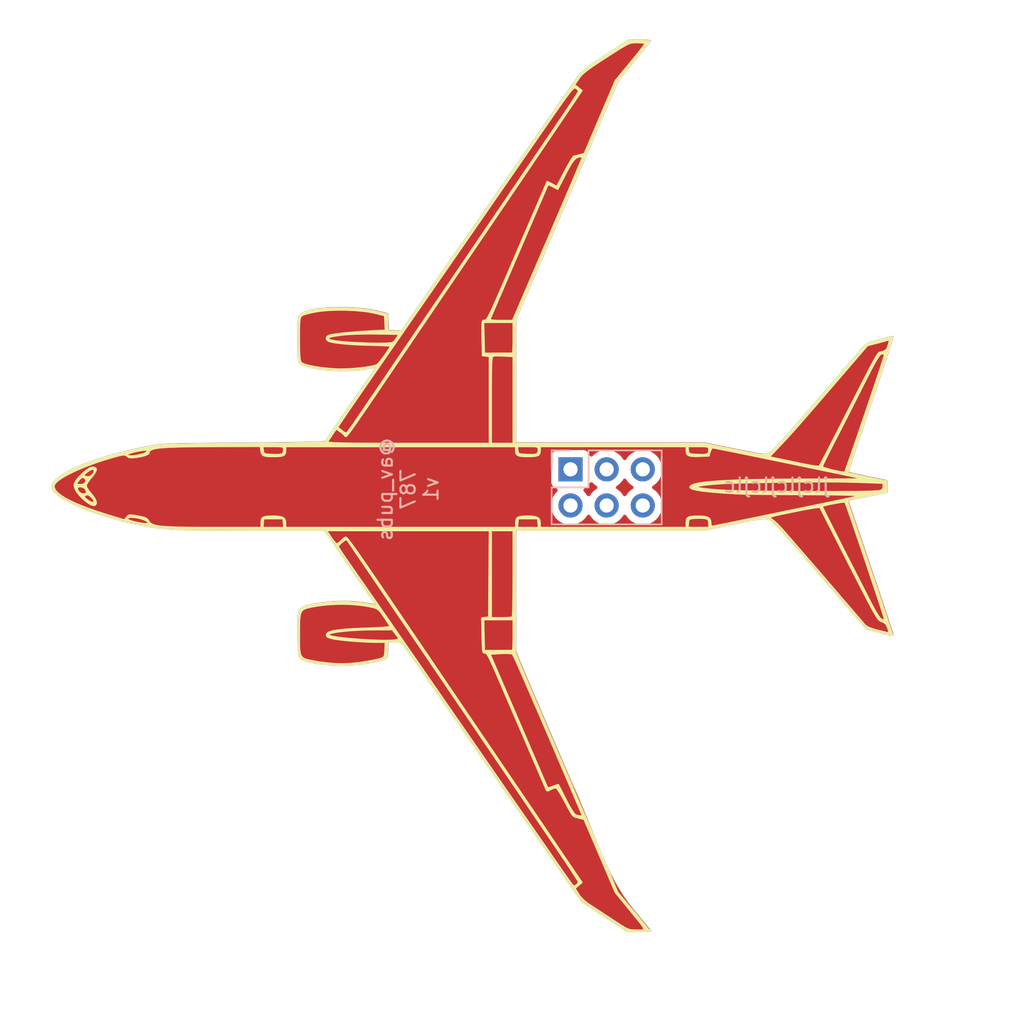
<source format=kicad_pcb>
(kicad_pcb (version 20220621) (generator pcbnew)
  (layers (0 "F.Cu" signal) (31 "B.Cu" signal) (34 "B.Paste" user) (35 "F.Paste" user) (36 "B.SilkS" user "B.Silkscreen") (37 "F.SilkS" user "F.Silkscreen") (38 "B.Mask" user) (39 "F.Mask" user) (44 "Edge.Cuts" user))
  (net 0 "")
  (footprint "Connector_PinHeader_2.54mm:PinHeader_2x03_P2.54mm_Vertical" (layer "B.Cu") (at 140.42 94.9 -90)
    (fp_text reference "REF**" hide)
    (fp_text value "PinHeader_2x03_P2.54mm_Vertical")
    (pad "1" thru_hole rect (at 0 0 270) (size 1.7 1.7) (drill 1) (layers *.Cu *.Mask))
    (pad "2" thru_hole oval (at 2.54 0 270) (size 1.7 1.7) (drill 1) (layers *.Cu *.Mask))
    (pad "3" thru_hole oval (at 0 -2.54 270) (size 1.7 1.7) (drill 1) (layers *.Cu *.Mask))
    (pad "4" thru_hole oval (at 2.54 -2.54 270) (size 1.7 1.7) (drill 1) (layers *.Cu *.Mask))
    (pad "5" thru_hole oval (at 0 -5.08 270) (size 1.7 1.7) (drill 1) (layers *.Cu *.Mask))
    (pad "6" thru_hole oval (at 2.54 -5.08 270) (size 1.7 1.7) (drill 1) (layers *.Cu *.Mask))
  )
  (gr_poly (pts (xy 103.920045 96.052393) (xy 103.946709 95.968191) (xy 103.990601 95.881904) (xy 104.051275 95.793717) (xy 104.128282 95.703815) (xy 104.221175 95.612383) (xy 104.329506 95.519607) (xy 104.452829 95.425672) (xy 104.590694 95.330764) (xy 104.742655 95.235066) (xy 105.087075 95.042047) (xy 105.482506 94.848097) (xy 105.925369 94.654698) (xy 106.412082 94.463332) (xy 106.939066 94.275481) (xy 107.502739 94.092627) (xy 108.099521 93.916253) (xy 108.725831 93.747839) (xy 109.37809 93.58887) (xy 110.052715 93.440825) (xy 110.746128 93.305188) (xy 111.102937 93.243658) (xy 111.2788 93.218271) (xy 111.464122 93.196091) (xy 111.66727 93.176832) (xy 111.896609 93.160211) (xy 112.160504 93.145942) (xy 112.467322 93.133741) (xy 112.825428 93.123323) (xy 113.243188 93.114404) (xy 114.291131 93.099923) (xy 115.678078 93.088022) (xy 117.470954 93.076425) (xy 119.673929 93.057073) (xy 121.475387 93.029736) (xy 122.691252 92.998016) (xy 123.022063 92.98164) (xy 123.137446 92.96552) (xy 123.15155 92.932024) (xy 123.193017 92.860265) (xy 123.352958 92.609379) (xy 123.607115 92.227702) (xy 123.945331 91.730072) (xy 124.83332 90.44631) (xy 125.935681 88.876809) (xy 126.219834 88.467701) (xy 126.341948 88.286599) (xy 126.446913 88.127058) (xy 126.531851 87.99352) (xy 126.593882 87.890431) (xy 126.630127 87.822233) (xy 126.637679 87.802607) (xy 126.637705 87.79337) (xy 126.635283 87.791571) (xy 126.63189 87.790027) (xy 126.627554 87.788737) (xy 126.622304 87.787697) (xy 126.609164 87.786352) (xy 126.592688 87.785965) (xy 126.573093 87.786509) (xy 126.550596 87.787957) (xy 126.525415 87.790282) (xy 126.497767 87.793456) (xy 126.467869 87.797453) (xy 126.435939 87.802246) (xy 126.402193 87.807806) (xy 126.36685 87.814108) (xy 126.330126 87.821124) (xy 126.292238 87.828827) (xy 126.253405 87.83719) (xy 126.213843 87.846185) (xy 125.920018 87.903822) (xy 125.595789 87.94796) (xy 125.247335 87.979116) (xy 124.880834 87.997805) (xy 124.502467 88.004545) (xy 124.300922 88.002082) (xy 124.300922 87.826185) (xy 124.716757 87.81613) (xy 125.154085 87.790377) (xy 125.588385 87.751501) (xy 125.995138 87.702075) (xy 126.349822 87.644675) (xy 126.499977 87.613789) (xy 126.627919 87.581874) (xy 126.730584 87.549253) (xy 126.804907 87.516248) (xy 126.834103 87.492709) (xy 126.876882 87.448312) (xy 126.931132 87.385962) (xy 126.994736 87.308563) (xy 127.141549 87.120228) (xy 127.300404 86.906537) (xy 127.454381 86.690719) (xy 127.586562 86.496003) (xy 127.639191 86.413817) (xy 127.680028 86.345618) (xy 127.706955 86.294308) (xy 127.714543 86.275894) (xy 127.71786 86.262792) (xy 127.716342 86.260498) (xy 127.711361 86.258168) (xy 127.691358 86.253415) (xy 127.658538 86.248568) (xy 127.613587 86.243664) (xy 127.49004 86.233822) (xy 127.326214 86.224176) (xy 127.127605 86.21501) (xy 126.899707 86.20661) (xy 126.841306 86.204905) (xy 126.841306 86.01655) (xy 127.45888 86.009439) (xy 127.608053 86.003742) (xy 127.670895 85.999613) (xy 127.726879 85.994197) (xy 127.776734 85.987169) (xy 127.82119 85.978203) (xy 127.860975 85.966974) (xy 127.896819 85.953158) (xy 127.913491 85.945177) (xy 127.929451 85.936427) (xy 127.959599 85.916459) (xy 127.987993 85.892926) (xy 128.015362 85.865505) (xy 128.042435 85.833869) (xy 128.069941 85.797694) (xy 128.098609 85.756654) (xy 128.129168 85.710424) (xy 128.314383 85.424947) (xy 126.80625 85.398233) (xy 126.486797 85.394758) (xy 126.156875 85.39518) (xy 125.503635 85.406627) (xy 125.199321 85.41711) (xy 124.922546 85.430405) (xy 124.682812 85.44624) (xy 124.489621 85.464345) (xy 124.19171 85.500219) (xy 123.949319 85.533419) (xy 123.758591 85.564933) (xy 123.681395 85.580367) (xy 123.615669 85.595749) (xy 123.560929 85.611203) (xy 123.516694 85.626853) (xy 123.482482 85.642822) (xy 123.45781 85.659233) (xy 123.442197 85.67621) (xy 123.43516 85.693877) (xy 123.436217 85.712356) (xy 123.444886 85.731771) (xy 123.460588 85.74665) (xy 123.488938 85.761514) (xy 123.581354 85.791043) (xy 123.71768 85.820051) (xy 123.893461 85.848228) (xy 124.104243 85.875266) (xy 124.345571 85.900859) (xy 124.902047 85.946472) (xy 125.527253 85.982601) (xy 126.185551 86.006782) (xy 126.841306 86.01655) (xy 126.841306 86.204905) (xy 126.648017 86.199262) (xy 126.378029 86.19325) (xy 126.378035 86.193254) (xy 125.842688 86.178573) (xy 125.333902 86.155804) (xy 124.861488 86.125902) (xy 124.435256 86.089819) (xy 124.065016 86.048509) (xy 123.760578 86.002924) (xy 123.531752 85.954019) (xy 123.448759 85.928618) (xy 123.388348 85.902745) (xy 123.369174 85.891892) (xy 123.351257 85.880549) (xy 123.334596 85.868748) (xy 123.31919 85.856522) (xy 123.305039 85.843904) (xy 123.292143 85.830924) (xy 123.280501 85.817617) (xy 123.270112 85.804013) (xy 123.260976 85.790145) (xy 123.253093 85.776045) (xy 123.246461 85.761747) (xy 123.24108 85.747281) (xy 123.236951 85.73268) (xy 123.234071 85.717976) (xy 123.232441 85.703202) (xy 123.232061 85.68839) (xy 123.232929 85.673572) (xy 123.235045 85.658781) (xy 123.238409 85.644048) (xy 123.243019 85.629406) (xy 123.248876 85.614887) (xy 123.25598 85.600523) (xy 123.264328 85.586347) (xy 123.273922 85.572391) (xy 123.28476 85.558687) (xy 123.296841 85.545267) (xy 123.310166 85.532164) (xy 123.324734 85.51941) (xy 123.340544 85.507037) (xy 123.357596 85.495078) (xy 123.375889 85.483564) (xy 123.395423 85.472528) (xy 123.444721 85.452358) (xy 123.517714 85.431587) (xy 123.613171 85.410346) (xy 123.729862 85.388771) (xy 124.022024 85.345151) (xy 124.384358 85.301797) (xy 124.807018 85.259781) (xy 125.280163 85.220172) (xy 125.793948 85.184041) (xy 126.33853 85.152459) (xy 127.378951 85.098348) (xy 127.352767 84.601964) (xy 127.326584 84.10558) (xy 126.665127 83.943837) (xy 126.465707 83.899882) (xy 126.247359 83.860557) (xy 126.012575 83.825927) (xy 125.763845 83.796062) (xy 125.234515 83.750893) (xy 124.6793 83.725588) (xy 124.118129 83.720687) (xy 123.570935 83.736729) (xy 123.308806 83.752772) (xy 123.057646 83.774253) (xy 122.819944 83.801239) (xy 122.598193 83.833799) (xy 122.409675 83.867376) (xy 122.228407 83.903989) (xy 122.058581 83.9425) (xy 121.904389 83.981776) (xy 121.770023 84.020679) (xy 121.659674 84.058075) (xy 121.614817 84.075852) (xy 121.577536 84.092827) (xy 121.548356 84.108856) (xy 121.5278 84.123799) (xy 121.515454 84.135386) (xy 121.503771 84.147612) (xy 121.492734 84.160662) (xy 121.482325 84.174722) (xy 121.472525 84.189976) (xy 121.463318 84.20661) (xy 121.454685 84.22481) (xy 121.446608 84.24476) (xy 121.43907 84.266646) (xy 121.432053 84.290653) (xy 121.42554 84.316966) (xy 121.419511 84.345771) (xy 121.41395 84.377253) (xy 121.408839 84.411597) (xy 121.40416 84.448988) (xy 121.399895 84.489613) (xy 121.396027 84.533655) (xy 121.392537 84.5813) (xy 121.386621 84.688142) (xy 121.382006 84.811621) (xy 121.37855 84.953218) (xy 121.376109 85.114416) (xy 121.374542 85.296696) (xy 121.373706 85.501542) (xy 121.373459 85.730435) (xy 121.375006 86.093218) (xy 121.379745 86.405711) (xy 121.387829 86.670134) (xy 121.399408 86.888704) (xy 121.414634 87.063639) (xy 121.433658 87.197158) (xy 121.444641 87.249079) (xy 121.45663 87.291478) (xy 121.469644 87.324631) (xy 121.483702 87.348817) (xy 121.499869 87.367039) (xy 121.521471 87.385328) (xy 121.548356 87.403654) (xy 121.580368 87.421987) (xy 121.659157 87.458555) (xy 121.756601 87.494797) (xy 121.871464 87.530476) (xy 122.002511 87.565353) (xy 122.148505 87.599194) (xy 122.308209 87.631759) (xy 122.480389 87.662813) (xy 122.663807 87.692119) (xy 122.857227 87.71944) (xy 123.059414 87.744538) (xy 123.26913 87.767177) (xy 123.485141 87.787119) (xy 123.706209 87.804128) (xy 123.9311 87.817968) (xy 124.108727 87.824521) (xy 124.300922 87.826185) (xy 124.300922 88.002082) (xy 124.118414 87.999852) (xy 123.734852 87.984241) (xy 123.357962 87.95823) (xy 122.993924 87.922334) (xy 122.648916 87.87707) (xy 122.329117 87.822955) (xy 122.040708 87.760503) (xy 121.789868 87.690233) (xy 121.582776 87.612659) (xy 121.425611 87.528299) (xy 121.367683 87.483736) (xy 121.324553 87.437669) (xy 121.316081 87.42541) (xy 121.307966 87.411409) (xy 121.300203 87.395583) (xy 121.292786 87.377847) (xy 121.278962 87.336312) (xy 121.266445 87.286133) (xy 121.255185 87.226638) (xy 121.245132 87.157157) (xy 121.236235 87.077018) (xy 121.228446 86.98555) (xy 121.221713 86.882082) (xy 121.215986 86.765943) (xy 121.211217 86.636462) (xy 121.207355 86.492968) (xy 121.20215 86.161255) (xy 121.199973 85.765435) (xy 121.200261 85.320786) (xy 121.203737 84.966878) (xy 121.211504 84.691424) (xy 121.224666 84.482139) (xy 121.233616 84.398471) (xy 121.244328 84.326738) (xy 121.256941 84.265404) (xy 121.271593 84.212934) (xy 121.288422 84.167791) (xy 121.307565 84.128441) (xy 121.329162 84.093348) (xy 121.353348 84.060975) (xy 121.405767 84.008032) (xy 121.474562 83.95778) (xy 121.558904 83.910252) (xy 121.657962 83.865476) (xy 121.896909 83.784306) (xy 122.18476 83.714513) (xy 122.514875 83.65634) (xy 122.880613 83.610031) (xy 123.275333 83.575829) (xy 123.692394 83.553976) (xy 124.125156 83.544716) (xy 124.566977 83.548291) (xy 125.011217 83.564946) (xy 125.451234 83.594924) (xy 125.880388 83.638466) (xy 126.292038 83.695817) (xy 126.679543 83.76722) (xy 127.036261 83.852918) (xy 127.539591 83.990846) (xy 127.565428 84.575597) (xy 127.591265 85.160352) (xy 128.032237 85.185643) (xy 128.473208 85.210939) (xy 130.237097 82.644895) (xy 131.562637 80.724036) (xy 132.272624 79.709184) (xy 133.341166 78.178658) (xy 135.528769 75.017987) (xy 139.321402 69.549932) (xy 140.045427 68.516653) (xy 140.651366 67.642408) (xy 140.826065 67.390685) (xy 140.90358 67.284249) (xy 140.978633 67.187285) (xy 141.054294 67.097185) (xy 141.133633 67.011342) (xy 141.219721 66.927148) (xy 141.315628 66.841994) (xy 141.424424 66.753273) (xy 141.54918 66.658377) (xy 141.692966 66.554698) (xy 141.858852 66.439627) (xy 142.049909 66.310557) (xy 142.269208 66.164879) (xy 142.804808 65.813272) (xy 144.436404 64.745133) (xy 145.257411 64.744134) (xy 145.449356 64.745386) (xy 145.613654 64.749521) (xy 145.75035 64.75655) (xy 145.859491 64.766482) (xy 145.903744 64.772539) (xy 145.941125 64.779325) (xy 145.97164 64.786841) (xy 145.995297 64.795089) (xy 146.012099 64.804069) (xy 146.022053 64.813783) (xy 146.024464 64.818915) (xy 146.025165 64.824231) (xy 146.021441 64.835416) (xy 145.987462 64.881192) (xy 145.9122 64.976589) (xy 145.656878 65.292825) (xy 145.293571 65.737279) (xy 144.860377 66.263105) (xy 144.636109 66.536891) (xy 144.422095 66.802965) (xy 144.223364 67.054741) (xy 144.04494 67.285634) (xy 143.891851 67.489058) (xy 143.769123 67.658428) (xy 143.681782 67.787159) (xy 143.652953 67.834227) (xy 143.634856 67.868665) (xy 143.318122 68.603439) (xy 142.72713 69.990804) (xy 139.241915 78.135873) (xy 136.542899 84.428968) (xy 136.542899 93.053758) (xy 149.773757 93.053758) (xy 151.73524 93.455281) (xy 152.516055 93.611881) (xy 153.192044 93.741443) (xy 153.69086 93.830504) (xy 153.851219 93.85564) (xy 153.940154 93.865602) (xy 153.98394 93.86672) (xy 154.026335 93.866281) (xy 154.068152 93.863441) (xy 154.110206 93.857359) (xy 154.153307 93.847192) (xy 154.19827 93.832097) (xy 154.245907 93.811233) (xy 154.297031 93.783758) (xy 154.352455 93.748828) (xy 154.412993 93.705602) (xy 154.479457 93.653238) (xy 154.55266 93.590892) (xy 154.633415 93.517724) (xy 154.722535 93.432891) (xy 154.820834 93.33555) (xy 154.929123 93.224859) (xy 155.048216 93.099977) (xy 155.178927 92.96006) (xy 155.322067 92.804266) (xy 155.47845 92.631754) (xy 155.64889 92.44168) (xy 155.834198 92.233203) (xy 156.252672 91.757671) (xy 156.740378 91.198418) (xy 157.303819 90.548706) (xy 158.68392 88.950956) (xy 160.153839 87.244353) (xy 160.907248 86.363752) (xy 160.945783 86.319061) (xy 160.984598 86.277789) (xy 161.004406 86.258295) (xy 161.024639 86.23949) (xy 161.045414 86.221317) (xy 161.06685 86.203722) (xy 161.089065 86.186649) (xy 161.112178 86.170042) (xy 161.136305 86.153846) (xy 161.161566 86.138005) (xy 161.188079 86.122465) (xy 161.215961 86.107169) (xy 161.245331 86.092063) (xy 161.276308 86.077091) (xy 161.343551 86.047327) (xy 161.418636 86.017434) (xy 161.502509 85.986968) (xy 161.596113 85.955486) (xy 161.700396 85.922545) (xy 161.816301 85.887701) (xy 161.944774 85.850512) (xy 162.08676 85.810533) (xy 162.275742 85.759027) (xy 162.453765 85.712695) (xy 162.616809 85.672429) (xy 162.760854 85.639119) (xy 162.881883 85.613656) (xy 162.975875 85.596933) (xy 163.038811 85.589839) (xy 163.057377 85.590182) (xy 163.066672 85.593267) (xy 163.066342 85.623835) (xy 163.049306 85.701141) (xy 162.96266 86.003416) (xy 162.801822 86.514986) (xy 162.561884 87.250747) (xy 161.825061 89.454422) (xy 160.712912 92.733602) (xy 160.401798 93.655866) (xy 160.151067 94.415168) (xy 159.986309 94.932865) (xy 159.944166 95.076536) (xy 159.933112 95.130315) (xy 160.051407 95.161882) (xy 160.34866 95.229705) (xy 161.245601 95.424234) (xy 162.15507 95.614121) (xy 162.467981 95.676144) (xy 162.608199 95.69959) (xy 162.610261 95.700149) (xy 162.612297 95.701808) (xy 162.614304 95.704539) (xy 162.616281 95.708316) (xy 162.620129 95.718895) (xy 162.623822 95.733326) (xy 162.627339 95.75139) (xy 162.630658 95.772866) (xy 162.633759 95.797537) (xy 162.636622 95.825183) (xy 162.639226 95.855584) (xy 162.641549 95.888522) (xy 162.643572 95.923778) (xy 162.645273 95.961131) (xy 162.646633 96.000363) (xy 162.647629 96.041255) (xy 162.648242 96.083587) (xy 162.648451 96.127141) (xy 162.648451 96.554692) (xy 161.308196 96.835332) (xy 160.785564 96.946538) (xy 160.353314 97.041864) (xy 160.056353 97.111173) (xy 159.97264 97.132903) (xy 159.939589 97.144326) (xy 159.938553 97.146979) (xy 159.938359 97.151973) (xy 159.94042 97.16874) (xy 159.945623 97.194144) (xy 159.953819 97.2277) (xy 159.978588 97.317329) (xy 160.013531 97.433749) (xy 160.057454 97.573082) (xy 160.109158 97.73145) (xy 160.16745 97.904975) (xy 160.231131 98.08978) (xy 161.952625 103.151524) (xy 162.752007 105.548506) (xy 163.088942 106.600816) (xy 163.087898 106.606084) (xy 163.084737 106.61061) (xy 163.079483 106.614398) (xy 163.072163 106.617452) (xy 163.062802 106.619777) (xy 163.051427 106.621379) (xy 163.038062 106.622261) (xy 163.022733 106.622429) (xy 162.986287 106.62064) (xy 162.942294 106.61605) (xy 162.890959 106.608697) (xy 162.832489 106.598619) (xy 162.768775 106.586182) (xy 162.768775 106.371129) (xy 162.771028 106.370704) (xy 162.772961 106.369442) (xy 162.774579 106.367364) (xy 162.775884 106.364492) (xy 162.776883 106.360845) (xy 162.777578 106.356445) (xy 162.777974 106.351313) (xy 162.778076 106.345469) (xy 162.777411 106.331729) (xy 162.775618 106.315394) (xy 162.77273 106.296629) (xy 162.76878 106.275601) (xy 162.763803 106.252477) (xy 162.757832 106.227424) (xy 162.750901 106.200608) (xy 162.743043 106.172196) (xy 162.734291 106.142356) (xy 162.724681 106.111253) (xy 162.714245 106.079054) (xy 162.703017 106.045926) (xy 162.686688 106.000931) (xy 162.669929 105.959266) (xy 162.65256 105.920744) (xy 162.634399 105.88518) (xy 162.615264 105.852388) (xy 162.594975 105.822182) (xy 162.57335 105.794377) (xy 162.550209 105.768788) (xy 162.525369 105.745228) (xy 162.498649 105.723512) (xy 162.469869 105.703454) (xy 162.438846 105.684868) (xy 162.4054 105.667569) (xy 162.386812 105.659218) (xy 162.386812 105.441791) (xy 162.40022 105.441738) (xy 162.412747 105.440925) (xy 162.424309 105.439366) (xy 162.434824 105.437077) (xy 162.444206 105.434072) (xy 162.452374 105.430365) (xy 162.459244 105.42597) (xy 162.462166 105.42352) (xy 162.464733 105.420903) (xy 162.466933 105.418122) (xy 162.468756 105.415178) (xy 162.470193 105.412073) (xy 162.471231 105.408809) (xy 162.471862 105.405387) (xy 162.472075 105.401811) (xy 162.444396 105.30541) (xy 162.365068 105.056639) (xy 162.07371 104.1692) (xy 161.115935 101.3052) (xy 160.142851 98.446707) (xy 159.834922 97.56523) (xy 159.707678 97.227338) (xy 159.698499 97.223302) (xy 159.681364 97.22117) (xy 159.625391 97.222199) (xy 159.544087 97.229594) (xy 159.441778 97.242522) (xy 159.191451 97.281654) (xy 158.909023 97.332943) (xy 158.629106 97.389736) (xy 158.386312 97.445381) (xy 158.289652 97.470694) (xy 158.215253 97.493225) (xy 158.167441 97.512143) (xy 158.154857 97.519987) (xy 158.150542 97.526616) (xy 158.568619 98.373058) (xy 159.553962 100.324274) (xy 161.613112 104.358026) (xy 161.733156 104.584779) (xy 161.846308 104.788941) (xy 161.9513 104.968559) (xy 162.046864 105.121681) (xy 162.131731 105.246354) (xy 162.169757 105.297411) (xy 162.204634 105.340625) (xy 162.236201 105.375749) (xy 162.264303 105.402541) (xy 162.288778 105.420756) (xy 162.30947 105.43015) (xy 162.326034 105.434114) (xy 162.342133 105.437246) (xy 162.357685 105.43956) (xy 162.372606 105.44107) (xy 162.386812 105.441791) (xy 162.386812 105.659218) (xy 162.36935 105.651372) (xy 162.330514 105.63609) (xy 162.28871 105.621537) (xy 162.288718 105.621535) (xy 162.262174 105.612298) (xy 162.236353 105.60193) (xy 162.210888 105.589794) (xy 162.185415 105.575253) (xy 162.159567 105.557668) (xy 162.132979 105.536403) (xy 162.105285 105.510819) (xy 162.07612 105.48028) (xy 162.045119 105.444148) (xy 162.011915 105.401785) (xy 161.976143 105.352554) (xy 161.937437 105.295818) (xy 161.895432 105.230938) (xy 161.849762 105.157278) (xy 161.800062 105.074199) (xy 161.745967 104.981065) (xy 161.687109 104.877238) (xy 161.623124 104.762081) (xy 161.553647 104.634955) (xy 161.478311 104.495224) (xy 161.308603 104.175395) (xy 161.111074 103.797493) (xy 160.882799 103.35642) (xy 160.620856 102.847074) (xy 159.984259 101.603166) (xy 157.952315 97.607419) (xy 157.948748 97.603921) (xy 157.941124 97.601311) (xy 157.914122 97.598693) (xy 157.872136 97.599437) (xy 157.815992 97.603414) (xy 157.746518 97.610497) (xy 157.664541 97.620557) (xy 157.466386 97.649101) (xy 157.228146 97.688023) (xy 156.956437 97.736298) (xy 156.657875 97.792905) (xy 156.339079 97.85682) (xy 155.147181 98.102867) (xy 154.807197 98.17958) (xy 154.690405 98.210263) (xy 154.60497 98.237318) (xy 154.547806 98.261861) (xy 154.515833 98.285008) (xy 154.508328 98.296406) (xy 154.505965 98.307873) (xy 154.515121 98.331573) (xy 154.540216 98.357224) (xy 154.578167 98.38594) (xy 154.680308 98.457032) (xy 154.708354 98.478401) (xy 154.740448 98.504632) (xy 154.815292 98.570205) (xy 154.90186 98.650804) (xy 154.997176 98.743478) (xy 155.098261 98.845281) (xy 155.202137 98.953262) (xy 155.305827 99.064473) (xy 155.406352 99.175965) (xy 158.010944 102.176075) (xy 161.098593 105.77078) (xy 161.127736 105.802991) (xy 161.159217 105.833764) (xy 161.193333 105.863234) (xy 161.23038 105.891538) (xy 161.270654 105.918812) (xy 161.314451 105.945192) (xy 161.362067 105.970813) (xy 161.413799 105.995811) (xy 161.469943 106.020323) (xy 161.530794 106.044485) (xy 161.59665 106.068431) (xy 161.667806 106.092299) (xy 161.744559 106.116224) (xy 161.827205 106.140342) (xy 161.916039 106.16479) (xy 162.011359 106.189702) (xy 162.290961 106.260147) (xy 162.526964 106.317835) (xy 162.694519 106.356813) (xy 162.744862 106.367426) (xy 162.768775 106.371129) (xy 162.768775 106.586182) (xy 162.767087 106.585853) (xy 162.694961 106.570438) (xy 162.616314 106.552411) (xy 162.531353 106.53181) (xy 162.440282 106.508674) (xy 162.343307 106.483039) (xy 162.240634 106.454945) (xy 162.132468 106.424428) (xy 162.132475 106.42444) (xy 161.175521 106.150643) (xy 158.897872 103.504808) (xy 156.567177 100.804788) (xy 155.804058 99.931781) (xy 155.251405 99.313479) (xy 154.865955 98.902408) (xy 154.604443 98.651095) (xy 154.423606 98.512068) (xy 154.280181 98.437852) (xy 154.261149 98.430661) (xy 154.240656 98.424329) (xy 154.218496 98.418884) (xy 154.194461 98.414357) (xy 154.168345 98.410779) (xy 154.13994 98.408179) (xy 154.075436 98.406039) (xy 153.999294 98.408177) (xy 153.909856 98.414838) (xy 153.805468 98.426263) (xy 153.684472 98.442695) (xy 153.545213 98.464376) (xy 153.386034 98.491549) (xy 153.20528 98.524457) (xy 153.001294 98.563342) (xy 152.517002 98.660013) (xy 151.919909 98.783502) (xy 149.796778 99.22738) (xy 148.702563 99.22738) (xy 148.702563 98.962796) (xy 150.12485 98.962796) (xy 150.12485 98.699891) (xy 150.124274 98.663688) (xy 150.122488 98.630323) (xy 150.119405 98.599663) (xy 150.114937 98.571573) (xy 150.108999 98.545918) (xy 150.105451 98.533962) (xy 150.101503 98.522564) (xy 150.097143 98.511708) (xy 150.092361 98.501377) (xy 150.087146 98.491554) (xy 150.081487 98.482222) (xy 150.075374 98.473364) (xy 150.068794 98.464964) (xy 150.061739 98.457005) (xy 150.054195 98.44947) (xy 150.046154 98.442342) (xy 150.037603 98.435604) (xy 150.028532 98.42924) (xy 150.018931 98.423233) (xy 149.998091 98.412222) (xy 149.974997 98.402436) (xy 149.949562 98.393741) (xy 149.921698 98.386003) (xy 149.898512 98.38095) (xy 149.871085 98.376316) (xy 149.83977 98.372114) (xy 149.804916 98.368355) (xy 149.725992 98.362216) (xy 149.637118 98.357998) (xy 149.541098 98.355797) (xy 149.440735 98.355711) (xy 149.338832 98.357836) (xy 149.238192 98.362271) (xy 149.08226 98.371906) (xy 149.018751 98.377082) (xy 148.963945 98.383073) (xy 148.917142 98.390314) (xy 148.877642 98.399236) (xy 148.860412 98.404463) (xy 148.844745 98.410273) (xy 148.830553 98.416719) (xy 148.817749 98.423857) (xy 148.806246 98.431739) (xy 148.795955 98.440421) (xy 148.78679 98.449955) (xy 148.778662 98.460398) (xy 148.771484 98.471801) (xy 148.765169 98.48422) (xy 148.75963 98.497708) (xy 148.754777 98.512321) (xy 148.746784 98.545133) (xy 148.740491 98.583089) (xy 148.7302 98.676164) (xy 148.702563 98.962796) (xy 148.702563 99.22738) (xy 148.537341 99.22738) (xy 148.537341 98.962804) (xy 148.537341 98.671762) (xy 148.538968 98.595878) (xy 148.541128 98.560884) (xy 148.544299 98.52779) (xy 148.548565 98.496545) (xy 148.554011 98.467099) (xy 148.560721 98.439402) (xy 148.56878 98.413403) (xy 148.578272 98.389054) (xy 148.589282 98.366304) (xy 148.601894 98.345102) (xy 148.616192 98.325399) (xy 148.632262 98.307146) (xy 148.650188 98.29029) (xy 148.670054 98.274784) (xy 148.691945 98.260576) (xy 148.715945 98.247617) (xy 148.742138 98.235857) (xy 148.770611 98.225245) (xy 148.801446 98.215732) (xy 148.834728 98.207267) (xy 148.870542 98.199801) (xy 148.908972 98.193284) (xy 148.950104 98.187665) (xy 148.99402 98.182894) (xy 149.040807 98.178922) (xy 149.143328 98.173172) (xy 149.258342 98.170016) (xy 149.386527 98.169053) (xy 149.512434 98.17043) (xy 149.627291 98.174706) (xy 149.731503 98.182098) (xy 149.825473 98.192822) (xy 149.909605 98.207097) (xy 149.984303 98.225137) (xy 150.04997 98.247161) (xy 150.079544 98.259735) (xy 150.107011 98.273386) (xy 150.132422 98.288141) (xy 150.155829 98.304027) (xy 150.17728 98.321072) (xy 150.196827 98.339303) (xy 150.214521 98.358747) (xy 150.230411 98.37943) (xy 150.244548 98.401381) (xy 150.256982 98.424625) (xy 150.267765 98.449191) (xy 150.276946 98.475105) (xy 150.290707 98.531087) (xy 150.298666 98.592788) (xy 150.30123 98.660424) (xy 150.301673 98.682243) (xy 150.302972 98.703449) (xy 150.305085 98.723935) (xy 150.307966 98.743588) (xy 150.311572 98.7623) (xy 150.31586 98.779962) (xy 150.320786 98.796462) (xy 150.326305 98.811692) (xy 150.332375 98.825541) (xy 150.338951 98.8379) (xy 150.34599 98.848659) (xy 150.353448 98.857708) (xy 150.361281 98.864937) (xy 150.365324 98.867835) (xy 150.369445 98.870237) (xy 150.373637 98.872129) (xy 150.377896 98.873497) (xy 150.382216 98.874328) (xy 150.386592 98.874608) (xy 150.446549 98.865736) (xy 150.585239 98.840308) (xy 151.063006 98.746917) (xy 151.748269 98.608698) (xy 152.569403 98.439912) (xy 157.489077 97.425832) (xy 159.559994 96.995673) (xy 160.575881 96.775064) (xy 160.584369 96.771375) (xy 160.582535 96.767717) (xy 160.548825 96.760517) (xy 160.367692 96.746709) (xy 160.047239 96.733953) (xy 159.602224 96.72256) (xy 159.047407 96.712841) (xy 158.397543 96.705108) (xy 156.871714 96.696847) (xy 156.839462 96.696621) (xy 156.839462 96.448276) (xy 160.383574 96.441006) (xy 161.585658 96.417587) (xy 162.141341 96.379796) (xy 162.173366 96.370391) (xy 162.202811 96.36032) (xy 162.229749 96.349503) (xy 162.254248 96.33786) (xy 162.265606 96.331703) (xy 162.276381 96.32531) (xy 162.286582 96.31867) (xy 162.296218 96.311773) (xy 162.305297 96.30461) (xy 162.313829 96.297169) (xy 162.321823 96.289442) (xy 162.329286 96.281417) (xy 162.336229 96.273085) (xy 162.34266 96.264437) (xy 162.348587 96.255461) (xy 162.35402 96.246147) (xy 162.358968 96.236487) (xy 162.363439 96.226469) (xy 162.367442 96.216084) (xy 162.370986 96.205322) (xy 162.37408 96.194172) (xy 162.376733 96.182624) (xy 162.378954 96.170669) (xy 162.38075 96.158296) (xy 162.383109 96.132258) (xy 162.383879 96.104428) (xy 162.383879 95.895261) (xy 160.642035 95.829785) (xy 159.616415 95.806285) (xy 158.286432 95.79749) (xy 155.17903 95.817787) (xy 152.251135 95.878219) (xy 151.145538 95.919593) (xy 150.434058 95.966329) (xy 149.951672 96.019043) (xy 149.764964 96.042639) (xy 149.614973 96.0648) (xy 149.501994 96.085829) (xy 149.426321 96.106031) (xy 149.402567 96.115917) (xy 149.388249 96.125709) (xy 149.383406 96.135447) (xy 149.388074 96.145167) (xy 149.402289 96.154909) (xy 149.426089 96.16471) (xy 149.50259 96.18464) (xy 149.617871 96.205262) (xy 149.772228 96.22688) (xy 150.199348 96.274318) (xy 150.786307 96.329385) (xy 151.670673 96.373569) (xy 153.107531 96.408703) (xy 156.839462 96.448276) (xy 156.839462 96.696621) (xy 153.796761 96.675258) (xy 152.649647 96.655643) (xy 151.976924 96.632943) (xy 151.062494 96.572052) (xy 150.320225 96.511756) (xy 149.739039 96.449968) (xy 149.307861 96.384598) (xy 149.145064 96.349917) (xy 149.015615 96.313558) (xy 148.918129 96.275259) (xy 148.851223 96.234759) (xy 148.813511 96.191797) (xy 148.803609 96.146112) (xy 148.820132 96.097443) (xy 148.861697 96.045529) (xy 148.898031 96.016035) (xy 148.947102 95.987528) (xy 149.008975 95.960002) (xy 149.083719 95.933454) (xy 149.272083 95.883277) (xy 149.51273 95.836964) (xy 149.806194 95.794481) (xy 150.153011 95.755797) (xy 150.553714 95.72088) (xy 151.00884 95.689695) (xy 151.518923 95.662212) (xy 152.084499 95.638397) (xy 153.384267 95.601643) (xy 154.912424 95.579173) (xy 156.673251 95.570726) (xy 159.628026 95.562187) (xy 160.511765 95.554818) (xy 160.818389 95.546445) (xy 159.666361 95.304058) (xy 159.666361 95.07415) (xy 159.684227 95.071423) (xy 159.694335 95.066396) (xy 160.1481 93.784625) (xy 161.097605 91.006862) (xy 162.03863 88.217819) (xy 162.466956 86.902207) (xy 162.467047 86.896556) (xy 162.466798 86.890977) (xy 162.466216 86.885476) (xy 162.465309 86.880062) (xy 162.464085 86.87474) (xy 162.462553 86.869518) (xy 162.460721 86.864403) (xy 162.458596 86.859402) (xy 162.456187 86.854522) (xy 162.453501 86.84977) (xy 162.450548 86.845153) (xy 162.447334 86.840679) (xy 162.443869 86.836355) (xy 162.440159 86.832186) (xy 162.436214 86.828181) (xy 162.432041 86.824347) (xy 162.427648 86.820691) (xy 162.423044 86.817219) (xy 162.418236 86.813938) (xy 162.413233 86.810857) (xy 162.408042 86.807982) (xy 162.402673 86.805319) (xy 162.397132 86.802877) (xy 162.391428 86.800662) (xy 162.385569 86.798681) (xy 162.379563 86.796941) (xy 162.373418 86.795449) (xy 162.367143 86.794213) (xy 162.360745 86.793239) (xy 162.354232 86.792535) (xy 162.347613 86.792107) (xy 162.340895 86.791963) (xy 162.340888 86.791959) (xy 162.32378 86.793073) (xy 162.306327 86.796604) (xy 162.288364 86.802838) (xy 162.269724 86.812058) (xy 162.250242 86.82455) (xy 162.229753 86.840597) (xy 162.20809 86.860483) (xy 162.185089 86.884495) (xy 162.160584 86.912915) (xy 162.134409 86.946029) (xy 162.106398 86.984121) (xy 162.076387 87.027476) (xy 162.044209 87.076377) (xy 162.009698 87.13111) (xy 161.97269 87.191959) (xy 161.933019 87.259208) (xy 161.890519 87.333142) (xy 161.845025 87.414045) (xy 161.74439 87.597899) (xy 161.629791 87.813043) (xy 161.499902 88.061755) (xy 161.3534 88.346311) (xy 161.188959 88.668985) (xy 161.005255 89.032054) (xy 160.800963 89.437795) (xy 159.853794 91.308053) (xy 158.977084 93.01806) (xy 158.656156 93.644796) (xy 158.393344 94.171527) (xy 158.215768 94.542943) (xy 158.167419 94.653123) (xy 158.15055 94.703733) (xy 158.154795 94.712131) (xy 158.167178 94.721965) (xy 158.214237 94.745435) (xy 158.287487 94.773149) (xy 158.382689 94.804109) (xy 158.621994 94.871787) (xy 158.898238 94.940502) (xy 159.177507 95.002288) (xy 159.425888 95.049176) (xy 159.527898 95.064545) (xy 159.609469 95.073201) (xy 159.666361 95.07415) (xy 159.666361 95.304058) (xy 159.269081 95.220471) (xy 157.861346 94.928075) (xy 157.861346 94.665367) (xy 157.884895 94.663148) (xy 157.896655 94.658231) (xy 157.933812 94.594664) (xy 158.01903 94.436189) (xy 158.311726 93.876755) (xy 158.730902 93.064409) (xy 159.232718 92.083631) (xy 160.936168 88.742651) (xy 161.436682 87.774359) (xy 161.765542 87.162835) (xy 161.969611 86.824555) (xy 162.039495 86.731781) (xy 162.095755 86.675996) (xy 162.14425 86.64676) (xy 162.190839 86.633634) (xy 162.301726 86.613946) (xy 162.347059 86.601053) (xy 162.388799 86.587665) (xy 162.427158 86.573591) (xy 162.462348 86.558638) (xy 162.494583 86.542614) (xy 162.524074 86.525328) (xy 162.551035 86.506588) (xy 162.563633 86.496612) (xy 162.575677 86.486201) (xy 162.587196 86.47533) (xy 162.598215 86.463975) (xy 162.60876 86.452113) (xy 162.618859 86.439719) (xy 162.637823 86.41324) (xy 162.655319 86.384346) (xy 162.671561 86.352846) (xy 162.68676 86.318547) (xy 162.701129 86.281257) (xy 162.714881 86.240785) (xy 162.756413 86.108503) (xy 162.772727 86.053588) (xy 162.786073 86.005672) (xy 162.796451 85.964392) (xy 162.80386 85.929385) (xy 162.808301 85.900287) (xy 162.809772 85.876735) (xy 162.808274 85.858366) (xy 162.806412 85.851012) (xy 162.803807 85.844817) (xy 162.800459 85.839736) (xy 162.79637 85.835724) (xy 162.791537 85.832735) (xy 162.785962 85.830724) (xy 162.779645 85.829646) (xy 162.772585 85.829455) (xy 162.756237 85.831551) (xy 162.736918 85.836652) (xy 162.714629 85.844392) (xy 162.714606 85.844392) (xy 162.679341 85.856083) (xy 162.621078 85.87349) (xy 162.447915 85.922074) (xy 162.219828 85.983377) (xy 161.961531 86.050634) (xy 161.318701 86.215432) (xy 159.007018 88.902806) (xy 157.431221 90.730828) (xy 156.4003 91.913209) (xy 155.685304 92.709408) (xy 155.057284 93.378884) (xy 154.452544 94.012681) (xy 154.95658 94.114606) (xy 155.662299 94.260433) (xy 156.651236 94.467912) (xy 156.891525 94.517163) (xy 157.117856 94.560701) (xy 157.32512 94.597745) (xy 157.508209 94.627514) (xy 157.662015 94.649228) (xy 157.78143 94.662106) (xy 157.861346 94.665367) (xy 157.861346 94.928075) (xy 155.636992 94.466062) (xy 155.637 94.466054) (xy 151.997307 93.717777) (xy 150.429717 93.406545) (xy 150.42489 93.40692) (xy 150.419907 93.408032) (xy 150.414777 93.409863) (xy 150.409513 93.412395) (xy 150.404125 93.415609) (xy 150.398625 93.419487) (xy 150.393025 93.424011) (xy 150.387335 93.429162) (xy 150.381567 93.434921) (xy 150.375732 93.441271) (xy 150.369841 93.448193) (xy 150.363906 93.455669) (xy 150.357938 93.46368) (xy 150.351949 93.472209) (xy 150.345949 93.481235) (xy 150.339951 93.490742) (xy 150.328001 93.511123) (xy 150.316192 93.533205) (xy 150.304612 93.556841) (xy 150.293353 93.581882) (xy 150.282504 93.608184) (xy 150.272157 93.635598) (xy 150.262402 93.663978) (xy 150.253329 93.693177) (xy 150.168944 93.97981) (xy 149.654232 93.999085) (xy 149.654232 93.839789) (xy 149.740754 93.838524) (xy 149.816306 93.834574) (xy 149.881593 93.827687) (xy 149.93732 93.81761) (xy 149.984191 93.804089) (xy 150.004525 93.795958) (xy 150.02291 93.786871) (xy 150.039432 93.776798) (xy 150.054181 93.765705) (xy 150.067244 93.753562) (xy 150.078709 93.740336) (xy 150.088664 93.725997) (xy 150.097198 93.710512) (xy 150.110352 93.67598) (xy 150.118876 93.636486) (xy 150.123474 93.591779) (xy 150.12485 93.541604) (xy 150.124577 93.502772) (xy 150.124048 93.48517) (xy 150.12309 93.468725) (xy 150.121578 93.453398) (xy 150.119387 93.439149) (xy 150.116391 93.425939) (xy 150.112465 93.413729) (xy 150.107483 93.402479) (xy 150.101321 93.39215) (xy 150.093853 93.382703) (xy 150.084954 93.374099) (xy 150.074498 93.366297) (xy 150.062361 93.359259) (xy 150.048416 93.352946) (xy 150.032539 93.347317) (xy 150.014603 93.342335) (xy 149.994485 93.337959) (xy 149.972059 93.33415) (xy 149.947198 93.330869) (xy 149.919779 93.328076) (xy 149.889676 93.325732) (xy 149.856762 93.323799) (xy 149.820914 93.322235) (xy 149.739912 93.320063) (xy 149.645667 93.318901) (xy 149.413436 93.318349) (xy 148.702021 93.318349) (xy 148.72993 93.560884) (xy 148.735042 93.602043) (xy 148.740829 93.638332) (xy 148.744216 93.654759) (xy 148.748058 93.670099) (xy 148.752453 93.684395) (xy 148.757495 93.697691) (xy 148.763281 93.71003) (xy 148.769906 93.721457) (xy 148.777466 93.732014) (xy 148.786056 93.741745) (xy 148.795774 93.750695) (xy 148.806713 93.758905) (xy 148.818971 93.76642) (xy 148.832642 93.773284) (xy 148.847823 93.779539) (xy 148.86461 93.78523) (xy 148.883097 93.7904) (xy 148.903381 93.795092) (xy 148.925559 93.79935) (xy 148.949724 93.803218) (xy 148.975974 93.806739) (xy 149.004403 93.809957) (xy 149.068185 93.815657) (xy 149.141837 93.820667) (xy 149.226123 93.825334) (xy 149.32181 93.830007) (xy 149.556038 93.838622) (xy 149.654232 93.839789) (xy 149.654232 93.999085) (xy 149.477076 94.005719) (xy 149.338578 94.009896) (xy 149.213789 94.011322) (xy 149.102051 94.009691) (xy 149.002705 94.004701) (xy 148.915092 93.996047) (xy 148.838554 93.983426) (xy 148.772431 93.966534) (xy 148.74307 93.95639) (xy 148.716066 93.945066) (xy 148.691336 93.932521) (xy 148.668798 93.918718) (xy 148.64837 93.90362) (xy 148.62997 93.887188) (xy 148.613515 93.869384) (xy 148.598923 93.85017) (xy 148.586112 93.829509) (xy 148.574998 93.807361) (xy 148.565501 93.78369) (xy 148.557537 93.758458) (xy 148.54588 93.703155) (xy 148.539369 93.641149) (xy 148.537345 93.572137) (xy 148.537345 93.318353) (xy 138.306792 93.318353) (xy 138.306792 93.565297) (xy 138.306355 93.600354) (xy 138.30499 93.633647) (xy 138.302614 93.665218) (xy 138.299145 93.69511) (xy 138.294502 93.723367) (xy 138.288601 93.750029) (xy 138.281361 93.775141) (xy 138.2727 93.798745) (xy 138.262536 93.820884) (xy 138.250785 93.8416) (xy 138.237367 93.860937) (xy 138.222199 93.878936) (xy 138.205199 93.895641) (xy 138.186285 93.911094) (xy 138.165374 93.925338) (xy 138.142385 93.938416) (xy 138.117235 93.95037) (xy 138.089843 93.961244) (xy 138.060125 93.971079) (xy 138.028 93.979919) (xy 137.993386 93.987807) (xy 137.956201 93.994784) (xy 137.916362 94.000894) (xy 137.873787 94.00618) (xy 137.828394 94.010684) (xy 137.780102 94.014448) (xy 137.674488 94.019931) (xy 137.659794 94.020309) (xy 137.659794 93.839793) (xy 137.746316 93.838527) (xy 137.821868 93.834578) (xy 137.887155 93.827691) (xy 137.942882 93.817613) (xy 137.989753 93.804092) (xy 138.010087 93.795961) (xy 138.028472 93.786875) (xy 138.044994 93.776801) (xy 138.059743 93.765708) (xy 138.072806 93.753564) (xy 138.084271 93.740339) (xy 138.094226 93.725999) (xy 138.10276 93.710514) (xy 138.115914 93.675982) (xy 138.124438 93.636488) (xy 138.129036 93.59178) (xy 138.130412 93.541604) (xy 138.130139 93.502773) (xy 138.12961 93.485171) (xy 138.128652 93.468726) (xy 138.12714 93.453399) (xy 138.124949 93.439151) (xy 138.121953 93.425941) (xy 138.118027 93.413731) (xy 138.113045 93.402481) (xy 138.106883 93.392153) (xy 138.099415 93.382706) (xy 138.090516 93.374101) (xy 138.08006 93.3663) (xy 138.067922 93.359262) (xy 138.053978 93.352949) (xy 138.0381 93.347321) (xy 138.020165 93.342338) (xy 138.000047 93.337962) (xy 137.977621 93.334153) (xy 137.95276 93.330872) (xy 137.925341 93.328079) (xy 137.895237 93.325736) (xy 137.862324 93.323802) (xy 137.826476 93.322239) (xy 137.745474 93.320067) (xy 137.651228 93.318905) (xy 137.418997 93.318353) (xy 136.707583 93.318353) (xy 136.735491 93.560887) (xy 136.740603 93.602047) (xy 136.746391 93.638336) (xy 136.749777 93.654763) (xy 136.75362 93.670102) (xy 136.758015 93.684398) (xy 136.763057 93.697694) (xy 136.768843 93.710034) (xy 136.775468 93.721461) (xy 136.783027 93.732018) (xy 136.791618 93.741749) (xy 136.801335 93.750698) (xy 136.812275 93.758909) (xy 136.824533 93.766424) (xy 136.838204 93.773287) (xy 136.853385 93.779543) (xy 136.870171 93.785234) (xy 136.888659 93.790403) (xy 136.908943 93.795096) (xy 136.93112 93.799354) (xy 136.955286 93.803222) (xy 136.981535 93.806743) (xy 137.009965 93.809961) (xy 137.073747 93.815661) (xy 137.147398 93.82067) (xy 137.231685 93.825337) (xy 137.327372 93.83001) (xy 137.561599 93.838626) (xy 137.659794 93.839793) (xy 137.659794 94.020309) (xy 137.556288 94.022971) (xy 137.424845 94.023908) (xy 137.293403 94.022971) (xy 137.175203 94.019931) (xy 137.069589 94.014448) (xy 136.975904 94.00618) (xy 136.89349 93.994784) (xy 136.821691 93.979919) (xy 136.759848 93.961244) (xy 136.732455 93.95037) (xy 136.707306 93.938416) (xy 136.684316 93.925338) (xy 136.663406 93.911094) (xy 136.644491 93.895641) (xy 136.627491 93.878936) (xy 136.612323 93.860937) (xy 136.598905 93.8416) (xy 136.587155 93.820884) (xy 136.57699 93.798745) (xy 136.568329 93.775141) (xy 136.56109 93.750029) (xy 136.550545 93.69511) (xy 136.544701 93.633647) (xy 136.542899 93.565297) (xy 136.542899 93.318353) (xy 136.366519 93.318353) (xy 136.366519 93.053815) (xy 136.366519 86.982873) (xy 135.758948 86.953584) (xy 135.758952 86.953538) (xy 135.634004 86.948239) (xy 135.511832 86.94442) (xy 135.395512 86.942085) (xy 135.288118 86.941238) (xy 135.192725 86.94188) (xy 135.112407 86.944017) (xy 135.050241 86.947651) (xy 135.009299 86.952787) (xy 134.997687 86.956106) (xy 134.986717 86.961524) (xy 134.976371 86.969429) (xy 134.966631 86.980206) (xy 134.95748 86.994242) (xy 134.948898 87.011923) (xy 134.940869 87.033637) (xy 134.933374 87.05977) (xy 134.926395 87.090708) (xy 134.919915 87.126837) (xy 134.913916 87.168545) (xy 134.908379 87.216217) (xy 134.903287 87.270242) (xy 134.898622 87.331004) (xy 134.894366 87.39889) (xy 134.890501 87.474288) (xy 134.883872 87.649162) (xy 134.878592 87.858719) (xy 134.874518 88.106051) (xy 134.871506 88.39425) (xy 134.869413 88.726409) (xy 134.868095 89.10562) (xy 134.867213 90.017568) (xy 134.867213 93.053815) (xy 136.366519 93.053815) (xy 136.366519 93.318353) (xy 134.690821 93.318353) (xy 134.690821 93.053765) (xy 134.690821 86.980065) (xy 134.448287 86.952161) (xy 134.38217 86.944553) (xy 134.38217 86.717595) (xy 135.33026 86.71407) (xy 136.012802 86.710561) (xy 136.322447 86.707147) (xy 136.324707 86.705599) (xy 136.326939 86.701329) (xy 136.331305 86.684898) (xy 136.335522 86.658396) (xy 136.339568 86.622369) (xy 136.347057 86.52392) (xy 136.35359 86.393909) (xy 136.358986 86.236695) (xy 136.363065 86.056637) (xy 136.365645 85.858092) (xy 136.366545 85.645421) (xy 136.366545 84.587091) (xy 136.328375 84.587091) (xy 136.328375 84.410714) (xy 138.766726 78.744222) (xy 140.490594 74.72283) (xy 141.211142 73.011582) (xy 141.211344 73.008192) (xy 141.211331 73.004844) (xy 141.211106 73.001544) (xy 141.210675 72.998295) (xy 141.210043 72.995102) (xy 141.209214 72.991969) (xy 141.208194 72.988899) (xy 141.206987 72.985899) (xy 141.205599 72.982971) (xy 141.204034 72.98012) (xy 141.202297 72.97735) (xy 141.200392 72.974666) (xy 141.198326 72.972071) (xy 141.196102 72.96957) (xy 141.193726 72.967167) (xy 141.191203 72.964866) (xy 141.188537 72.962672) (xy 141.185733 72.960589) (xy 141.182796 72.958621) (xy 141.179731 72.956772) (xy 141.176544 72.955047) (xy 141.173238 72.95345) (xy 141.169819 72.951984) (xy 141.166291 72.950655) (xy 141.16266 72.949466) (xy 141.158931 72.948422) (xy 141.155108 72.947527) (xy 141.151195 72.946786) (xy 141.147199 72.946201) (xy 141.143124 72.945779) (xy 141.138975 72.945522) (xy 141.134757 72.945436) (xy 141.134757 72.945432) (xy 141.102867 72.946081) (xy 141.071823 72.948099) (xy 141.041534 72.951593) (xy 141.01191 72.956667) (xy 140.982859 72.963428) (xy 140.954289 72.971982) (xy 140.926111 72.982435) (xy 140.898234 72.994893) (xy 140.870566 73.009462) (xy 140.843016 73.026247) (xy 140.815493 73.045354) (xy 140.787907 73.066891) (xy 140.760166 73.090962) (xy 140.73218 73.117673) (xy 140.703858 73.147131) (xy 140.675108 73.179441) (xy 140.64584 73.214709) (xy 140.615962 73.253041) (xy 140.585385 73.294544) (xy 140.554016 73.339323) (xy 140.521764 73.387484) (xy 140.48854 73.439133) (xy 140.418808 73.553319) (xy 140.344092 73.682728) (xy 140.263664 73.828209) (xy 140.176797 73.990608) (xy 140.082762 74.170774) (xy 139.531642 75.237035) (xy 139.195952 75.065778) (xy 138.860262 74.894525) (xy 138.751174 75.132653) (xy 134.803977 84.296487) (xy 134.801403 84.304577) (xy 134.800057 84.31231) (xy 134.799984 84.319691) (xy 134.800437 84.323251) (xy 134.801224 84.326727) (xy 134.802351 84.330118) (xy 134.803823 84.333425) (xy 134.805645 84.336649) (xy 134.807822 84.339792) (xy 134.813265 84.345833) (xy 134.820194 84.351557) (xy 134.828653 84.356969) (xy 134.838684 84.362076) (xy 134.850331 84.366885) (xy 134.863637 84.371402) (xy 134.878644 84.375634) (xy 134.895396 84.379588) (xy 134.913935 84.38327) (xy 134.934305 84.386687) (xy 134.956548 84.389845) (xy 134.980708 84.392752) (xy 135.006828 84.395413) (xy 135.034949 84.397836) (xy 135.065117 84.400027) (xy 135.097373 84.401992) (xy 135.168323 84.405274) (xy 135.248142 84.407734) (xy 135.337176 84.409425) (xy 135.435767 84.410401) (xy 135.544261 84.410714) (xy 136.328375 84.410714) (xy 136.328375 84.587091) (xy 135.349597 84.587091) (xy 135.34957 84.587102) (xy 134.332617 84.587102) (xy 134.357394 85.652349) (xy 134.38217 86.717595) (xy 134.38217 86.944553) (xy 134.205752 86.924253) (xy 134.181326 85.673928) (xy 134.17381 85.26503) (xy 134.170703 84.95629) (xy 134.173971 84.733206) (xy 134.17861 84.649254) (xy 134.185582 84.581278) (xy 134.19513 84.527466) (xy 134.207502 84.486005) (xy 134.222944 84.455083) (xy 134.2417 84.432886) (xy 134.264017 84.417603) (xy 134.290141 84.407421) (xy 134.354792 84.395108) (xy 134.394457 84.389532) (xy 134.403795 84.387722) (xy 134.413032 84.385467) (xy 134.422233 84.382627) (xy 134.431463 84.379063) (xy 134.440787 84.374636) (xy 134.45027 84.369207) (xy 134.459977 84.362636) (xy 134.469972 84.354784) (xy 134.480322 84.345511) (xy 134.49109 84.334679) (xy 134.502343 84.322147) (xy 134.514145 84.307777) (xy 134.52656 84.291429) (xy 134.539655 84.272964) (xy 134.553494 84.252242) (xy 134.568142 84.229125) (xy 134.583664 84.203473) (xy 134.600125 84.175146) (xy 134.61759 84.144005) (xy 134.636124 84.109911) (xy 134.676661 84.032307) (xy 134.722254 83.941218) (xy 134.773424 83.835531) (xy 134.830691 83.714129) (xy 134.894575 83.575899) (xy 134.965597 83.419726) (xy 135.044276 83.244495) (xy 135.131133 83.049092) (xy 135.226687 82.832402) (xy 135.331459 82.59331) (xy 135.570737 82.043463) (xy 135.853129 81.390633) (xy 136.182794 80.625903) (xy 137.00059 78.725076) (xy 138.682341 74.826879) (xy 138.77207 74.629937) (xy 139.107272 74.800946) (xy 139.442473 74.971955) (xy 139.999117 73.915315) (xy 140.112735 73.703033) (xy 140.22221 73.504945) (xy 140.324897 73.32539) (xy 140.418152 73.168706) (xy 140.499331 73.039233) (xy 140.565787 72.941309) (xy 140.592668 72.905534) (xy 140.614876 72.879274) (xy 140.632082 72.86307) (xy 140.643954 72.857465) (xy 140.654587 72.856869) (xy 140.668158 72.855395) (xy 140.703281 72.849992) (xy 140.747656 72.841619) (xy 140.799617 72.830641) (xy 140.8575 72.817422) (xy 140.919639 72.802325) (xy 140.984368 72.785715) (xy 141.050021 72.767957) (xy 141.367892 72.679658) (xy 142.460356 70.114118) (xy 143.552821 67.548574) (xy 144.585642 66.300302) (xy 144.987004 65.810401) (xy 145.31632 65.399279) (xy 145.539563 65.110063) (xy 145.600772 65.024648) (xy 145.616913 64.999097) (xy 145.622702 64.985883) (xy 145.622212 64.982492) (xy 145.620343 64.979145) (xy 145.617129 64.975844) (xy 145.612603 64.972595) (xy 145.6068 64.969402) (xy 145.599754 64.966269) (xy 145.582068 64.960199) (xy 145.559817 64.95442) (xy 145.533272 64.948966) (xy 145.502707 64.94387) (xy 145.468392 64.939167) (xy 145.430601 64.93489) (xy 145.389604 64.931073) (xy 145.345674 64.92775) (xy 145.299082 64.924955) (xy 145.250102 64.922723) (xy 145.199004 64.921086) (xy 145.14606 64.920079) (xy 145.091544 64.919736) (xy 145.091536 64.919736) (xy 144.997176 64.920033) (xy 144.912012 64.921926) (xy 144.832937 64.926914) (xy 144.794713 64.931038) (xy 144.756845 64.936498) (xy 144.718947 64.943482) (xy 144.680629 64.952177) (xy 144.641503 64.962771) (xy 144.601181 64.975452) (xy 144.559275 64.990407) (xy 144.515396 65.007823) (xy 144.469156 65.027889) (xy 144.420166 65.050791) (xy 144.368039 65.076717) (xy 144.312385 65.105855) (xy 144.188946 65.174516) (xy 144.046743 65.258273) (xy 143.882668 65.358628) (xy 143.693615 65.47708) (xy 143.476478 65.615129) (xy 142.945521 65.956021) (xy 142.495966 66.247529) (xy 142.126785 66.492679) (xy 141.827933 66.699191) (xy 141.589362 66.874783) (xy 141.489543 66.953397) (xy 141.401026 67.027174) (xy 141.322557 67.097082) (xy 141.252878 67.164084) (xy 141.190735 67.229144) (xy 141.134871 67.293229) (xy 141.084031 67.357303) (xy 141.036959 67.42233) (xy 140.73902 67.852357) (xy 140.997199 68.058221) (xy 141.255377 68.264085) (xy 139.838038 70.362222) (xy 136.440737 75.370778) (xy 133.175429 80.177377) (xy 130.210002 84.543) (xy 127.354983 88.757199) (xy 126.167865 90.509856) (xy 125.339897 91.707415) (xy 125.050928 92.111747) (xy 124.840147 92.393764) (xy 124.703687 92.558951) (xy 124.66212 92.599448) (xy 124.647071 92.607666) (xy 124.647071 92.326817) (xy 124.651226 92.326531) (xy 124.654753 92.325696) (xy 124.659 92.323032) (xy 124.665289 92.31732) (xy 124.68377 92.297058) (xy 124.70975 92.265534) (xy 124.742783 92.223367) (xy 124.828216 92.109592) (xy 124.936495 91.960706) (xy 125.064042 91.781682) (xy 125.207283 91.577489) (xy 125.362641 91.353101) (xy 125.526541 91.113488) (xy 132.353781 81.05932) (xy 139.661788 70.299596) (xy 140.162832 69.556319) (xy 140.573179 68.934265) (xy 140.850481 68.498574) (xy 140.926007 68.370971) (xy 140.952391 68.314385) (xy 140.952186 68.309689) (xy 140.951562 68.304788) (xy 140.950529 68.299695) (xy 140.949098 68.294423) (xy 140.947279 68.288983) (xy 140.945082 68.283388) (xy 140.939597 68.271782) (xy 140.932727 68.259701) (xy 140.924554 68.247244) (xy 140.915163 68.234509) (xy 140.904637 68.221593) (xy 140.893058 68.208595) (xy 140.880511 68.195612) (xy 140.867078 68.182742) (xy 140.852843 68.170083) (xy 140.837889 68.157732) (xy 140.822299 68.145789) (xy 140.806157 68.13435) (xy 140.789546 68.123513) (xy 140.789546 68.123517) (xy 140.775645 68.115888) (xy 140.761331 68.110393) (xy 140.753947 68.108537) (xy 140.746374 68.107324) (xy 140.738582 68.106788) (xy 140.730543 68.106967) (xy 140.722227 68.107897) (xy 140.713607 68.109614) (xy 140.704653 68.112154) (xy 140.695336 68.115553) (xy 140.685628 68.119848) (xy 140.6755 68.125074) (xy 140.653867 68.138466) (xy 140.630207 68.156018) (xy 140.604289 68.17802) (xy 140.575884 68.20476) (xy 140.544759 68.236528) (xy 140.510685 68.273614) (xy 140.473432 68.316306) (xy 140.432767 68.364895) (xy 140.388462 68.419668) (xy 140.340284 68.480916) (xy 140.288005 68.548929) (xy 140.231392 68.623994) (xy 140.170216 68.706401) (xy 140.03325 68.894401) (xy 139.875262 69.115242) (xy 139.694408 69.371239) (xy 139.488843 69.664706) (xy 139.256722 69.997957) (xy 138.996199 70.373307) (xy 132.751048 79.383626) (xy 126.756871 88.026681) (xy 125.591215 89.710289) (xy 124.725548 90.971543) (xy 124.073512 91.932027) (xy 124.333035 92.139653) (xy 124.386437 92.18092) (xy 124.438711 92.218567) (xy 124.488536 92.25183) (xy 124.512118 92.26658) (xy 124.534593 92.279947) (xy 124.555796 92.291838) (xy 124.575563 92.302156) (xy 124.593728 92.310805) (xy 124.610126 92.317692) (xy 124.624592 92.32272) (xy 124.636962 92.325793) (xy 124.647071 92.326817) (xy 124.647071 92.607666) (xy 124.637683 92.612794) (xy 124.633575 92.612684) (xy 124.629384 92.612358) (xy 124.62079 92.611078) (xy 124.611966 92.608997) (xy 124.60298 92.606159) (xy 124.593898 92.602606) (xy 124.584789 92.598382) (xy 124.575719 92.593529) (xy 124.566754 92.588092) (xy 124.557963 92.582113) (xy 124.549411 92.575634) (xy 124.541167 92.5687) (xy 124.533297 92.561354) (xy 124.525868 92.553637) (xy 124.518948 92.545595) (xy 124.512602 92.537269) (xy 124.506899 92.528703) (xy 124.500302 92.519209) (xy 124.491331 92.508161) (xy 124.480144 92.495692) (xy 124.466894 92.481938) (xy 124.451739 92.467033) (xy 124.434833 92.451113) (xy 124.416331 92.434312) (xy 124.39639 92.416764) (xy 124.375165 92.398606) (xy 124.35281 92.379971) (xy 124.329482 92.360995) (xy 124.305337 92.341812) (xy 124.280528 92.322557) (xy 124.255213 92.303365) (xy 124.229546 92.284371) (xy 124.203683 92.26571) (xy 123.952433 92.086804) (xy 123.699231 92.458371) (xy 123.499689 92.753662) (xy 123.422864 92.869076) (xy 123.3755 92.94185) (xy 123.373646 92.950089) (xy 123.379001 92.957938) (xy 123.39199 92.965404) (xy 123.413036 92.972497) (xy 123.481002 92.985597) (xy 123.586297 92.997304) (xy 123.732316 93.007686) (xy 123.922458 93.01681) (xy 124.160118 93.024744) (xy 124.448694 93.031556) (xy 125.19218 93.042084) (xy 126.180093 93.048934) (xy 127.439607 93.052648) (xy 128.997897 93.053765) (xy 134.690821 93.053765) (xy 134.690821 93.318353) (xy 120.403315 93.318353) (xy 120.403315 93.565297) (xy 120.402879 93.600421) (xy 120.401515 93.633773) (xy 120.39914 93.665394) (xy 120.39567 93.695329) (xy 120.391021 93.723621) (xy 120.38511 93.750313) (xy 120.377854 93.775447) (xy 120.369168 93.799067) (xy 120.358969 93.821217) (xy 120.347173 93.841939) (xy 120.333697 93.861276) (xy 120.318458 93.879271) (xy 120.301371 93.895969) (xy 120.282353 93.911411) (xy 120.26132 93.925641) (xy 120.23819 93.938702) (xy 120.212877 93.950638) (xy 120.185299 93.96149) (xy 120.155373 93.971304) (xy 120.123013 93.980121) (xy 120.088138 93.987984) (xy 120.050662 93.994938) (xy 120.010504 94.001024) (xy 119.967578 94.006287) (xy 119.921802 94.010769) (xy 119.873092 94.014514) (xy 119.766534 94.019963) (xy 119.756316 94.020221) (xy 119.756316 93.839793) (xy 119.842837 93.838527) (xy 119.918389 93.834578) (xy 119.983677 93.827691) (xy 120.039404 93.817613) (xy 120.086274 93.804092) (xy 120.106609 93.795961) (xy 120.124993 93.786875) (xy 120.141516 93.776801) (xy 120.156264 93.765708) (xy 120.169327 93.753564) (xy 120.180792 93.740339) (xy 120.190747 93.725999) (xy 120.199281 93.710514) (xy 120.212435 93.675982) (xy 120.220959 93.636488) (xy 120.225557 93.59178) (xy 120.226933 93.541604) (xy 120.22666 93.502773) (xy 120.226131 93.485171) (xy 120.225174 93.468726) (xy 120.223662 93.453399) (xy 120.221471 93.439151) (xy 120.218475 93.425941) (xy 120.214549 93.413731) (xy 120.209568 93.402481) (xy 120.203406 93.392153) (xy 120.195938 93.382706) (xy 120.187039 93.374101) (xy 120.176584 93.3663) (xy 120.164446 93.359262) (xy 120.150502 93.352949) (xy 120.134625 93.347321) (xy 120.11669 93.342338) (xy 120.096572 93.337962) (xy 120.074145 93.334153) (xy 120.049285 93.330872) (xy 120.021866 93.328079) (xy 119.991762 93.325736) (xy 119.958849 93.323802) (xy 119.923001 93.322239) (xy 119.841998 93.320067) (xy 119.747752 93.318905) (xy 119.515519 93.318353) (xy 118.804106 93.318353) (xy 118.832013 93.560887) (xy 118.837125 93.602047) (xy 118.842912 93.638336) (xy 118.846299 93.654763) (xy 118.850141 93.670102) (xy 118.854536 93.684398) (xy 118.859578 93.697694) (xy 118.865364 93.710034) (xy 118.871989 93.721461) (xy 118.879549 93.732018) (xy 118.88814 93.741749) (xy 118.897857 93.750698) (xy 118.908796 93.758909) (xy 118.921054 93.766424) (xy 118.934725 93.773287) (xy 118.949906 93.779543) (xy 118.966693 93.785234) (xy 118.98518 93.790403) (xy 119.005465 93.795096) (xy 119.027642 93.799354) (xy 119.051807 93.803222) (xy 119.078057 93.806743) (xy 119.106486 93.809961) (xy 119.170269 93.815661) (xy 119.24392 93.82067) (xy 119.328206 93.825337) (xy 119.423894 93.83001) (xy 119.658121 93.838626) (xy 119.756316 93.839793) (xy 119.756316 94.020221) (xy 119.647237 94.022979) (xy 119.514531 94.023908) (xy 119.384489 94.02317) (xy 119.268241 94.020666) (xy 119.164958 94.01596) (xy 119.073813 94.008616) (xy 118.993976 93.998198) (xy 118.924619 93.984271) (xy 118.864914 93.966399) (xy 118.838421 93.955848) (xy 118.814031 93.944146) (xy 118.79164 93.931241) (xy 118.771144 93.917077) (xy 118.752439 93.901599) (xy 118.735422 93.884754) (xy 118.71999 93.866487) (xy 118.706038 93.846744) (xy 118.693463 93.825469) (xy 118.682163 93.802609) (xy 118.662968 93.751915) (xy 118.647625 93.694225) (xy 118.635306 93.629104) (xy 118.625182 93.556115) (xy 118.59533 93.308808) (xy 115.332135 93.316358) (xy 114.033551 93.322946) (xy 113.002001 93.337978) (xy 112.208396 93.364341) (xy 111.623649 93.404925) (xy 111.400506 93.431452) (xy 111.21867 93.462618) (xy 111.074505 93.498782) (xy 110.964373 93.540306) (xy 110.88464 93.587551) (xy 110.83167 93.640879) (xy 110.801825 93.70065) (xy 110.791471 93.767224) (xy 110.7899 93.777099) (xy 110.785746 93.787238) (xy 110.779089 93.797612) (xy 110.770011 93.808197) (xy 110.758592 93.818963) (xy 110.744911 93.829885) (xy 110.72905 93.840936) (xy 110.711089 93.852087) (xy 110.669189 93.874587) (xy 110.619854 93.897168) (xy 110.56373 93.919615) (xy 110.501459 93.941712) (xy 110.433685 93.963242) (xy 110.361052 93.98399) (xy 110.284204 94.00374) (xy 110.203785 94.022275) (xy 110.120438 94.03938) (xy 110.034808 94.054839) (xy 109.947538 94.068435) (xy 109.859273 94.079953) (xy 109.727166 94.093748) (xy 109.668919 94.098296) (xy 109.615411 94.101214) (xy 109.566292 94.102454) (xy 109.521212 94.101967) (xy 109.506965 94.101189) (xy 109.506965 93.935712) (xy 109.587116 93.933544) (xy 109.672507 93.927303) (xy 109.761702 93.917382) (xy 109.853264 93.904176) (xy 109.945757 93.888076) (xy 110.037744 93.869477) (xy 110.127789 93.848772) (xy 110.214454 93.826354) (xy 110.296304 93.802618) (xy 110.371901 93.777956) (xy 110.439809 93.752762) (xy 110.498592 93.72743) (xy 110.546813 93.702352) (xy 110.583035 93.677923) (xy 110.596198 93.666075) (xy 110.605822 93.654536) (xy 110.611728 93.643357) (xy 110.613737 93.632585) (xy 110.613329 93.624516) (xy 110.612075 93.616994) (xy 110.609928 93.610019) (xy 110.608505 93.606738) (xy 110.606842 93.603593) (xy 110.604933 93.600587) (xy 110.602772 93.597718) (xy 110.600353 93.594987) (xy 110.597671 93.592394) (xy 110.59472 93.58994) (xy 110.591493 93.587624) (xy 110.584193 93.583408) (xy 110.575723 93.579748) (xy 110.566038 93.576645) (xy 110.555092 93.5741) (xy 110.542839 93.572115) (xy 110.529232 93.570692) (xy 110.514226 93.569831) (xy 110.497775 93.569534) (xy 110.479831 93.569802) (xy 110.460351 93.570637) (xy 110.439286 93.57204) (xy 110.416591 93.574013) (xy 110.392221 93.576556) (xy 110.366128 93.579671) (xy 110.338268 93.58336) (xy 110.308593 93.587623) (xy 110.277058 93.592463) (xy 110.208223 93.603876) (xy 110.131394 93.617611) (xy 110.046202 93.633677) (xy 109.952279 93.652085) (xy 109.952279 93.652078) (xy 109.836824 93.676277) (xy 109.73107 93.700877) (xy 109.635441 93.725605) (xy 109.550363 93.750192) (xy 109.476259 93.774367) (xy 109.413556 93.797859) (xy 109.362677 93.820399) (xy 109.324047 93.841714) (xy 109.298092 93.861535) (xy 109.29 93.870801) (xy 109.285236 93.879591) (xy 109.283852 93.887873) (xy 109.285903 93.895612) (xy 109.291441 93.902774) (xy 109.300519 93.909326) (xy 109.313191 93.915234) (xy 109.329509 93.920464) (xy 109.373296 93.928755) (xy 109.432307 93.933928) (xy 109.506965 93.935712) (xy 109.506965 94.101189) (xy 109.479821 94.099706) (xy 109.44177 94.095623) (xy 109.406709 94.08967) (xy 109.374289 94.081798) (xy 109.344159 94.07196) (xy 109.31597 94.060107) (xy 109.289372 94.046192) (xy 109.264016 94.030167) (xy 109.239552 94.011983) (xy 109.21563 93.991593) (xy 109.201799 93.979327) (xy 109.188244 93.967923) (xy 109.174802 93.957399) (xy 109.161313 93.947775) (xy 109.147614 93.939067) (xy 109.133542 93.931296) (xy 109.118936 93.924479) (xy 109.103634 93.918636) (xy 109.087473 93.913784) (xy 109.070291 93.909942) (xy 109.051927 93.907129) (xy 109.032217 93.905364) (xy 109.011001 93.904664) (xy 108.988116 93.905049) (xy 108.9634 93.906537) (xy 108.936691 93.909146) (xy 108.907826 93.912895) (xy 108.876644 93.917803) (xy 108.842983 93.923888) (xy 108.80668 93.931169) (xy 108.767573 93.939664) (xy 108.7255 93.949392) (xy 108.63181 93.97262) (xy 108.524311 94.001002) (xy 108.401708 94.034686) (xy 108.262703 94.073821) (xy 108.106 94.118554) (xy 107.45201 94.318613) (xy 106.819267 94.536266) (xy 106.221262 94.765426) (xy 105.671485 95.000002) (xy 105.183424 95.233906) (xy 104.966753 95.348702) (xy 104.77057 95.461047) (xy 104.596561 95.570179) (xy 104.446413 95.675337) (xy 104.321811 95.77576) (xy 104.224442 95.870687) (xy 104.183282 95.923035) (xy 104.153093 95.976925) (xy 104.133815 96.032318) (xy 104.125384 96.089179) (xy 104.12774 96.147471) (xy 104.14082 96.207157) (xy 104.164563 96.2682) (xy 104.198906 96.330565) (xy 104.243788 96.394214) (xy 104.299148 96.459112) (xy 104.364922 96.525221) (xy 104.441051 96.592504) (xy 104.52747 96.660926) (xy 104.62412 96.73045) (xy 104.730937 96.801039) (xy 104.84786 96.872657) (xy 104.974828 96.945267) (xy 105.111778 97.018832) (xy 105.258648 97.093316) (xy 105.415378 97.168682) (xy 105.581904 97.244895) (xy 105.758165 97.321916) (xy 105.944099 97.39971) (xy 106.139645 97.478241) (xy 106.559323 97.637363) (xy 107.016705 97.798991) (xy 107.511295 97.962833) (xy 108.042599 98.128595) (xy 109.043342 98.43205) (xy 109.198763 98.24011) (xy 109.225686 98.207398) (xy 109.238377 98.192622) (xy 109.250729 98.178881) (xy 109.262873 98.166164) (xy 109.274943 98.154456) (xy 109.287069 98.143746) (xy 109.299383 98.13402) (xy 109.312017 98.125265) (xy 109.325102 98.117469) (xy 109.33877 98.110619) (xy 109.353153 98.104701) (xy 109.368382 98.099704) (xy 109.38459 98.095614) (xy 109.401907 98.092418) (xy 109.420465 98.090103) (xy 109.440396 98.088657) (xy 109.461832 98.088067) (xy 109.484904 98.08832) (xy 109.509745 98.089402) (xy 109.536484 98.091302) (xy 109.565255 98.094006) (xy 109.596189 98.097501) (xy 109.629418 98.101775) (xy 109.703286 98.112607) (xy 109.787911 98.126399) (xy 109.884349 98.143047) (xy 109.993651 98.16245) (xy 110.180547 98.19755) (xy 110.260077 98.214177) (xy 110.331224 98.230605) (xy 110.394663 98.247147) (xy 110.451067 98.264116) (xy 110.501108 98.281824) (xy 110.54546 98.300585) (xy 110.584795 98.320711) (xy 110.619787 98.342515) (xy 110.65111 98.366309) (xy 110.679435 98.392408) (xy 110.705437 98.421122) (xy 110.729788 98.452765) (xy 110.753162 98.48765) (xy 110.77623 98.52609) (xy 110.797944 98.561142) (xy 110.822099 98.594302) (xy 110.849226 98.625621) (xy 110.879858 98.65515) (xy 110.914524 98.682941) (xy 110.953758 98.709045) (xy 110.998089 98.733512) (xy 111.04805 98.756393) (xy 111.104172 98.777741) (xy 111.166985 98.797605) (xy 111.237021 98.816037) (xy 111.314813 98.833089) (xy 111.400889 98.84881) (xy 111.495784 98.863253) (xy 111.600026 98.876468) (xy 111.714148 98.888506) (xy 111.838682 98.89942) (xy 111.974158 98.909258) (xy 112.121107 98.918074) (xy 112.280062 98.925917) (xy 112.636112 98.938891) (xy 113.046557 98.94859) (xy 113.515649 98.955422) (xy 114.047638 98.959795) (xy 114.646775 98.96212) (xy 115.317309 98.962804) (xy 118.639426 98.962804) (xy 118.639426 98.671762) (xy 118.641053 98.595878) (xy 118.643213 98.560884) (xy 118.646384 98.52779) (xy 118.65065 98.496545) (xy 118.656096 98.467099) (xy 118.662806 98.439402) (xy 118.670865 98.413403) (xy 118.680357 98.389054) (xy 118.691367 98.366304) (xy 118.703978 98.345102) (xy 118.718277 98.325399) (xy 118.734347 98.307146) (xy 118.752273 98.29029) (xy 118.772138 98.274784) (xy 118.794029 98.260576) (xy 118.818029 98.247617) (xy 118.844223 98.235857) (xy 118.872695 98.225245) (xy 118.90353 98.215732) (xy 118.936812 98.207267) (xy 118.972626 98.199801) (xy 119.011057 98.193284) (xy 119.052188 98.187665) (xy 119.096105 98.182894) (xy 119.142891 98.178922) (xy 119.245412 98.173172) (xy 119.360427 98.170016) (xy 119.488612 98.169053) (xy 119.617748 98.170428) (xy 119.735001 98.174743) (xy 119.840864 98.182286) (xy 119.935824 98.193342) (xy 120.020372 98.2082) (xy 120.094998 98.227146) (xy 120.128743 98.238241) (xy 120.160192 98.250466) (xy 120.189405 98.263856) (xy 120.216443 98.278447) (xy 120.241369 98.294275) (xy 120.264242 98.311376) (xy 120.285125 98.329786) (xy 120.304078 98.34954) (xy 120.321164 98.370675) (xy 120.336442 98.393226) (xy 120.349975 98.417229) (xy 120.361823 98.442721) (xy 120.372048 98.469736) (xy 120.38071 98.49831) (xy 120.393595 98.560282) (xy 120.400967 98.628922) (xy 120.403315 98.704518) (xy 120.403315 98.962804) (xy 136.542899 98.962804) (xy 136.542899 98.73652) (xy 136.544474 98.650624) (xy 136.549651 98.573589) (xy 136.5538 98.538252) (xy 136.559102 98.504959) (xy 136.565641 98.473652) (xy 136.573502 98.444274) (xy 136.582768 98.416767) (xy 136.593523 98.391076) (xy 136.605853 98.367142) (xy 136.619841 98.344908) (xy 136.635572 98.324316) (xy 136.653129 98.305311) (xy 136.672598 98.287833) (xy 136.694061 98.271827) (xy 136.717604 98.257234) (xy 136.74331 98.243998) (xy 136.771264 98.232061) (xy 136.801551 98.221366) (xy 136.834254 98.211856) (xy 136.869457 98.203473) (xy 136.907245 98.19616) (xy 136.947702 98.18986) (xy 136.990912 98.184516) (xy 137.03696 98.18007) (xy 137.137905 98.173644) (xy 137.251211 98.170125) (xy 137.377551 98.169053) (xy 137.509406 98.170402) (xy 137.629019 98.174648) (xy 137.736905 98.182086) (xy 137.833579 98.193015) (xy 137.919556 98.207731) (xy 137.995353 98.226531) (xy 138.061485 98.249713) (xy 138.091087 98.26304) (xy 138.118467 98.277573) (xy 138.143688 98.293351) (xy 138.166815 98.310409) (xy 138.187912 98.328785) (xy 138.207043 98.348517) (xy 138.224274 98.369641) (xy 138.239669 98.392195) (xy 138.253291 98.416215) (xy 138.265206 98.441739) (xy 138.275478 98.468804) (xy 138.284172 98.497447) (xy 138.29708 98.559615) (xy 138.304447 98.628541) (xy 138.306788 98.704522) (xy 138.306788 98.962804) (xy 148.537341 98.962804) (xy 148.537341 99.22738) (xy 136.708121 99.22738) (xy 136.708121 98.962796) (xy 138.141581 98.962796) (xy 138.113944 98.676164) (xy 138.086306 98.389531) (xy 136.763392 98.389531) (xy 136.735755 98.676164) (xy 136.708121 98.962796) (xy 136.708121 99.22738) (xy 136.542903 99.22738) (xy 136.542903 107.747964) (xy 136.846347 108.492705) (xy 138.029187 111.275678) (xy 140.446925 116.920845) (xy 143.744063 124.604238) (xy 144.899802 126.004872) (xy 146.055541 127.405505) (xy 145.383555 127.425976) (xy 145.383555 127.27803) (xy 145.420981 127.276807) (xy 145.453797 127.274037) (xy 145.481856 127.269358) (xy 145.505015 127.262407) (xy 145.523127 127.25282) (xy 145.536047 127.240236) (xy 145.540515 127.232705) (xy 145.543631 127.22429) (xy 145.545732 127.20462) (xy 145.542205 127.180864) (xy 145.532905 127.152658) (xy 145.517687 127.11964) (xy 145.496406 127.081446) (xy 145.468915 127.037714) (xy 145.43507 126.988081) (xy 145.347736 126.86966) (xy 145.233242 126.72328) (xy 145.090423 126.546038) (xy 144.918119 126.335031) (xy 144.480403 125.80011) (xy 144.480403 125.800112) (xy 143.554362 124.664032) (xy 142.452361 122.091677) (xy 141.350356 119.51932) (xy 141.109656 119.461577) (xy 141.109656 119.244975) (xy 141.137644 119.242699) (xy 141.161644 119.237892) (xy 141.171976 119.234531) (xy 141.181105 119.230529) (xy 141.18896 119.225881) (xy 141.195473 119.220585) (xy 141.200576 119.214637) (xy 141.204199 119.208036) (xy 141.206273 119.200776) (xy 141.206729 119.192856) (xy 141.205499 119.184273) (xy 141.202513 119.175022) (xy 138.801894 113.552626) (xy 138.801894 113.552613) (xy 137.098366 109.6071) (xy 136.557692 108.386698) (xy 136.33245 107.914533) (xy 136.326236 107.909787) (xy 136.318411 107.905239) (xy 136.298071 107.896743) (xy 136.271719 107.889062) (xy 136.239646 107.882211) (xy 136.202143 107.876206) (xy 136.159499 107.871061) (xy 136.112006 107.866794) (xy 136.059954 107.863419) (xy 136.003633 107.860953) (xy 135.943335 107.85941) (xy 135.879348 107.858808) (xy 135.811965 107.85916) (xy 135.741476 107.860483) (xy 135.66817 107.862793) (xy 135.592339 107.866105) (xy 135.514273 107.870435) (xy 134.794318 107.914533) (xy 136.733451 112.412449) (xy 138.752143 117.108943) (xy 138.766072 117.143255) (xy 138.77896 117.173095) (xy 138.785202 117.186362) (xy 138.791412 117.198539) (xy 138.797666 117.209637) (xy 138.804038 117.219663) (xy 138.810606 117.22863) (xy 138.817445 117.236545) (xy 138.824631 117.243418) (xy 138.83224 117.249259) (xy 138.840348 117.254077) (xy 138.849032 117.257883) (xy 138.858366 117.260685) (xy 138.868427 117.262493) (xy 138.879292 117.263317) (xy 138.891035 117.263166) (xy 138.903733 117.26205) (xy 138.917462 117.259978) (xy 138.932298 117.25696) (xy 138.948316 117.253005) (xy 138.965594 117.248123) (xy 138.984206 117.242324) (xy 139.025738 117.228011) (xy 139.07352 117.210143) (xy 139.128161 117.188797) (xy 139.190268 117.164047) (xy 139.262916 117.135902) (xy 139.331888 117.110951) (xy 139.395589 117.089646) (xy 139.452423 117.072441) (xy 139.500796 117.059787) (xy 139.52131 117.055309) (xy 139.539111 117.052138) (xy 139.553999 117.050332) (xy 139.565775 117.049947) (xy 139.574239 117.051039) (xy 139.577167 117.052157) (xy 139.579192 117.053665) (xy 139.595374 117.080488) (xy 139.629963 117.144511) (xy 139.745754 117.367402) (xy 139.909362 117.688819) (xy 140.103579 118.07524) (xy 140.206324 118.275681) (xy 140.308952 118.466301) (xy 140.408731 118.642668) (xy 140.50293 118.800351) (xy 140.58882 118.93492) (xy 140.663669 119.041942) (xy 140.696101 119.083738) (xy 140.724748 119.116987) (xy 140.749269 119.141133) (xy 140.769324 119.155623) (xy 140.808379 119.175018) (xy 140.848412 119.192104) (xy 140.888869 119.206856) (xy 140.929201 119.21925) (xy 140.968855 119.22926) (xy 141.007279 119.236862) (xy 141.043921 119.242032) (xy 141.078231 119.244745) (xy 141.109656 119.244975) (xy 141.109656 119.461577) (xy 140.949294 119.423107) (xy 140.878817 119.405945) (xy 140.816272 119.389323) (xy 140.787554 119.380715) (xy 140.760317 119.371643) (xy 140.734393 119.361908) (xy 140.709613 119.351309) (xy 140.685811 119.339647) (xy 140.662819 119.326722) (xy 140.640469 119.312334) (xy 140.618594 119.296283) (xy 140.597027 119.27837) (xy 140.575599 119.258396) (xy 140.554144 119.236159) (xy 140.532494 119.211461) (xy 140.51048 119.184101) (xy 140.487937 119.153881) (xy 140.464695 119.1206) (xy 140.440589 119.084058) (xy 140.415449 119.044056) (xy 140.389109 119.000394) (xy 140.332157 118.90129) (xy 140.268392 118.78515) (xy 140.196475 118.650375) (xy 140.022822 118.318527) (xy 139.91494 118.115938) (xy 139.809774 117.926882) (xy 139.709947 117.755501) (xy 139.618085 117.605939) (xy 139.536815 117.482335) (xy 139.468759 117.388833) (xy 139.440508 117.354664) (xy 139.416545 117.329574) (xy 139.397198 117.31408) (xy 139.382796 117.3087) (xy 139.369779 117.309253) (xy 139.354496 117.31115) (xy 139.337138 117.314321) (xy 139.317897 117.318701) (xy 139.296964 117.324221) (xy 139.274529 117.330814) (xy 139.250786 117.338412) (xy 139.225924 117.346948) (xy 139.200135 117.356354) (xy 139.17361 117.366563) (xy 139.146541 117.377507) (xy 139.119118 117.389118) (xy 139.091534 117.40133) (xy 139.063979 117.414074) (xy 139.036645 117.427283) (xy 139.009722 117.440889) (xy 138.96474 117.464015) (xy 138.925084 117.483785) (xy 138.89022 117.499981) (xy 138.874419 117.506671) (xy 138.859615 117.512387) (xy 138.845742 117.517101) (xy 138.832732 117.520785) (xy 138.82052 117.523414) (xy 138.809039 117.524959) (xy 138.798221 117.525393) (xy 138.788 117.52469) (xy 138.778309 117.522822) (xy 138.769081 117.519763) (xy 138.760249 117.515484) (xy 138.751747 117.509959) (xy 138.743508 117.50316) (xy 138.735464 117.495061) (xy 138.72755 117.485634) (xy 138.719698 117.474853) (xy 138.711842 117.46269) (xy 138.703914 117.449117) (xy 138.687577 117.417636) (xy 138.670154 117.380192) (xy 138.651109 117.336569) (xy 138.629908 117.28655) (xy 137.669211 115.058282) (xy 136.074134 111.354116) (xy 135.208381 109.341354) (xy 134.932926 108.715551) (xy 134.737297 108.29128) (xy 134.602653 108.029397) (xy 134.552314 107.94712) (xy 134.510156 107.890761) (xy 134.473824 107.85543) (xy 134.440963 107.836231) (xy 134.382147 107.827539) (xy 134.382147 107.61968) (xy 135.330237 107.61616) (xy 136.012778 107.612673) (xy 136.322424 107.609246) (xy 136.324685 107.60769) (xy 136.326916 107.603413) (xy 136.331282 107.586969) (xy 136.335499 107.560458) (xy 136.339545 107.524427) (xy 136.347034 107.425976) (xy 136.353567 107.295971) (xy 136.358964 107.138768) (xy 136.363042 106.958721) (xy 136.365622 106.760187) (xy 136.366522 106.547521) (xy 136.366522 105.489186) (xy 135.55807 105.489186) (xy 135.55807 105.312795) (xy 135.698048 105.311595) (xy 135.830956 105.308156) (xy 135.953718 105.302718) (xy 136.063259 105.295524) (xy 136.156505 105.286814) (xy 136.230381 105.276829) (xy 136.259094 105.271434) (xy 136.281811 105.26581) (xy 136.298149 105.259988) (xy 136.307723 105.253999) (xy 136.313711 105.232529) (xy 136.319532 105.181286) (xy 136.33055 104.99572) (xy 136.340535 104.709782) (xy 136.349246 104.33595) (xy 136.361879 103.374527) (xy 136.366519 102.21129) (xy 136.366519 99.22738) (xy 134.867213 99.22738) (xy 134.867213 105.312795) (xy 135.55807 105.312795) (xy 135.55807 105.489186) (xy 134.332621 105.489186) (xy 134.357371 106.554433) (xy 134.382147 107.61968) (xy 134.382147 107.827539) (xy 134.376235 107.826665) (xy 134.361722 107.82637) (xy 134.34804 107.825412) (xy 134.335159 107.823608) (xy 134.323051 107.820774) (xy 134.317278 107.818913) (xy 134.311688 107.816726) (xy 134.306276 107.814188) (xy 134.301039 107.811278) (xy 134.295974 107.807973) (xy 134.291078 107.804249) (xy 134.286345 107.800083) (xy 134.281774 107.795452) (xy 134.27736 107.790334) (xy 134.2731 107.784705) (xy 134.26899 107.778542) (xy 134.265026 107.771823) (xy 134.261206 107.764523) (xy 134.257525 107.756621) (xy 134.25398 107.748094) (xy 134.250567 107.738917) (xy 134.244123 107.718525) (xy 134.238166 107.695262) (xy 134.232665 107.668944) (xy 134.227593 107.639386) (xy 134.222922 107.606404) (xy 134.218621 107.569815) (xy 134.214663 107.529434) (xy 134.211018 107.485077) (xy 134.207659 107.43656) (xy 134.204556 107.383698) (xy 134.201681 107.326309) (xy 134.199006 107.264207) (xy 134.194136 107.125129) (xy 134.189719 106.964993) (xy 134.185524 106.782326) (xy 134.181323 106.575654) (xy 134.156897 105.324971) (xy 134.401816 105.296834) (xy 134.646735 105.268699) (xy 134.669936 102.24804) (xy 134.693137 99.22738) (xy 123.312443 99.22738) (xy 123.599722 99.663579) (xy 123.659402 99.7513) (xy 123.718888 99.833324) (xy 123.776606 99.907842) (xy 123.830982 99.973047) (xy 123.856424 100.001591) (xy 123.880441 100.027129) (xy 123.902835 100.049433) (xy 123.923409 100.068279) (xy 123.941967 100.083439) (xy 123.958312 100.094689) (xy 123.972247 100.101801) (xy 123.978249 100.103735) (xy 123.983575 100.10455) (xy 123.988743 100.104553) (xy 123.994279 100.104078) (xy 124.000164 100.103137) (xy 124.006383 100.101741) (xy 124.019752 100.097631) (xy 124.034251 100.091839) (xy 124.049745 100.084459) (xy 124.066098 100.075582) (xy 124.083175 100.0653) (xy 124.100842 100.053706) (xy 124.118963 100.040891) (xy 124.137402 100.026949) (xy 124.156026 100.01197) (xy 124.174698 99.996048) (xy 124.193283 99.979274) (xy 124.211647 99.961741) (xy 124.229655 99.94354) (xy 124.24717 99.924764) (xy 124.264961 99.905548) (xy 124.283777 99.886055) (xy 124.303456 99.866421) (xy 124.323835 99.846782) (xy 124.366045 99.80803) (xy 124.409108 99.770885) (xy 124.451725 99.736431) (xy 124.47246 99.720554) (xy 124.492597 99.705756) (xy 124.511972 99.692174) (xy 124.530424 99.679944) (xy 124.54779 99.669201) (xy 124.563908 99.660081) (xy 124.578586 99.65248) (xy 124.585922 99.649369) (xy 124.593481 99.647038) (xy 124.601432 99.645729) (xy 124.605607 99.645533) (xy 124.609943 99.645684) (xy 124.614461 99.64621) (xy 124.619182 99.647142) (xy 124.624128 99.648511) (xy 124.629318 99.650346) (xy 124.634775 99.652677) (xy 124.64052 99.655536) (xy 124.646572 99.658951) (xy 124.652955 99.662954) (xy 124.666792 99.67284) (xy 124.6822 99.685436) (xy 124.699347 99.700984) (xy 124.718401 99.719723) (xy 124.739532 99.741896) (xy 124.762906 99.767743) (xy 124.788694 99.797506) (xy 124.817063 99.831426) (xy 124.848182 99.869743) (xy 124.882219 99.912699) (xy 124.919343 99.960535) (xy 124.959722 100.013493) (xy 125.003524 100.071813) (xy 125.050918 100.135736) (xy 125.102073 100.205504) (xy 125.157157 100.281358) (xy 125.216338 100.363539) (xy 125.279784 100.452288) (xy 125.420149 100.650454) (xy 125.579599 100.877786) (xy 125.75948 101.136214) (xy 125.961141 101.427665) (xy 126.18593 101.754069) (xy 126.435193 102.117356) (xy 126.710278 102.519454) (xy 127.012534 102.962292) (xy 127.343308 103.4478) (xy 127.703946 103.977907) (xy 128.520209 105.179632) (xy 129.472104 106.582901) (xy 131.825911 110.055801) (xy 140.808531 123.293153) (xy 141.254092 123.943303) (xy 141.008185 124.15482) (xy 140.762282 124.366337) (xy 141.011794 124.763302) (xy 141.045657 124.814772) (xy 141.082441 124.866022) (xy 141.122256 124.917155) (xy 141.165216 124.96827) (xy 141.211432 125.019468) (xy 141.261017 125.070849) (xy 141.314084 125.122513) (xy 141.370744 125.174561) (xy 141.43111 125.227093) (xy 141.495293 125.280209) (xy 141.563408 125.33401) (xy 141.635564 125.388596) (xy 141.711876 125.444067) (xy 141.792455 125.500523) (xy 141.877414 125.558066) (xy 141.966864 125.616795) (xy 142.73244 126.115449) (xy 143.582305 126.673265) (xy 143.878872 126.867743) (xy 144.11113 127.014891) (xy 144.208255 127.072778) (xy 144.295438 127.121305) (xy 144.374724 127.161297) (xy 144.448157 127.19358) (xy 144.517782 127.218976) (xy 144.585645 127.238312) (xy 144.65379 127.25241) (xy 144.724261 127.262097) (xy 144.799105 127.268195) (xy 144.880366 127.271531) (xy 145.070319 127.27321) (xy 145.295454 127.277287) (xy 145.383555 127.27803) (xy 145.383555 127.425976) (xy 145.229006 127.430685) (xy 144.402472 127.455865) (xy 142.785853 126.398369) (xy 141.169234 125.340872) (xy 140.663959 124.611304) (xy 140.663959 124.167084) (xy 140.67528 124.166227) (xy 140.687164 124.164249) (xy 140.699536 124.161206) (xy 140.712323 124.157154) (xy 140.725452 124.152152) (xy 140.738848 124.146254) (xy 140.766152 124.132004) (xy 140.793645 124.114857) (xy 140.82074 124.09527) (xy 140.84685 124.073697) (xy 140.871386 124.050592) (xy 140.89376 124.026412) (xy 140.903953 124.01406) (xy 140.913385 124.001609) (xy 140.921982 123.989117) (xy 140.929672 123.97664) (xy 140.93638 123.964236) (xy 140.942033 123.95196) (xy 140.946558 123.93987) (xy 140.949881 123.928022) (xy 140.951929 123.916474) (xy 140.952628 123.905283) (xy 140.944012 123.884146) (xy 140.918731 123.838748) (xy 140.821584 123.680341) (xy 140.667996 123.440417) (xy 140.46478 123.129332) (xy 139.936711 122.335101) (xy 139.291869 121.380492) (xy 127.123227 103.460713) (xy 124.673438 99.856462) (xy 124.668144 99.853263) (xy 124.660268 99.852674) (xy 124.649989 99.854546) (xy 124.637486 99.858734) (xy 124.606526 99.873464) (xy 124.568821 99.895685) (xy 124.525807 99.924219) (xy 124.478917 99.957886) (xy 124.429585 99.995508) (xy 124.379246 100.035906) (xy 124.329334 100.077902) (xy 124.281283 100.120317) (xy 124.236527 100.161971) (xy 124.1965 100.201687) (xy 124.162637 100.238286) (xy 124.136371 100.270588) (xy 124.126536 100.28476) (xy 124.119138 100.297416) (xy 124.114356 100.308408) (xy 124.11237 100.31759) (xy 124.113028 100.322769) (xy 124.115474 100.330426) (xy 124.125553 100.352902) (xy 124.142253 100.384475) (xy 124.165223 100.424604) (xy 124.228555 100.528355) (xy 124.312725 100.659815) (xy 124.414906 100.814643) (xy 124.532274 100.988497) (xy 124.662004 101.177038) (xy 124.80127 101.375924) (xy 127.883423 105.808308) (xy 133.70679 114.220435) (xy 135.856984 117.327895) (xy 137.849207 120.19501) (xy 139.762003 122.959338) (xy 140.075726 123.411377) (xy 140.343155 123.788083) (xy 140.535948 124.05012) (xy 140.595499 124.125846) (xy 140.625762 124.158153) (xy 140.6341 124.162353) (xy 140.643295 124.165203) (xy 140.653273 124.166761) (xy 140.663959 124.167084) (xy 140.663959 124.611304) (xy 138.341506 121.257909) (xy 132.093363 112.236058) (xy 129.643727 108.709107) (xy 128.557314 107.164878) (xy 128.549376 107.156259) (xy 128.54095 107.148016) (xy 128.532022 107.140145) (xy 128.522578 107.132645) (xy 128.512606 107.125512) (xy 128.502091 107.118745) (xy 128.491021 107.112342) (xy 128.479381 107.106298) (xy 128.46716 107.100613) (xy 128.454342 107.095284) (xy 128.440915 107.090309) (xy 128.426865 107.085684) (xy 128.412178 107.081407) (xy 128.396843 107.077477) (xy 128.364168 107.070645) (xy 128.328733 107.065168) (xy 128.290431 107.061028) (xy 128.249153 107.058203) (xy 128.204793 107.056675) (xy 128.157243 107.056425) (xy 128.106395 107.057433) (xy 128.052142 107.05968) (xy 127.994376 107.063146) (xy 127.547072 107.093709) (xy 127.545821 107.592313) (xy 127.544225 107.694481) (xy 127.54018 107.793675) (xy 127.533959 107.887448) (xy 127.525831 107.97335) (xy 127.516068 108.048934) (xy 127.50494 108.11175) (xy 127.498949 108.137605) (xy 127.492718 108.15935) (xy 127.486282 108.176679) (xy 127.479674 108.189286) (xy 127.456497 108.215501) (xy 127.421703 108.24194) (xy 127.319575 108.295154) (xy 127.177911 108.348254) (xy 127.001336 108.400564) (xy 126.794474 108.451408) (xy 126.561947 108.500112) (xy 126.30838 108.545998) (xy 126.038396 108.588393) (xy 125.756619 108.626619) (xy 125.467671 108.660002) (xy 125.176178 108.687866) (xy 124.886761 108.709535) (xy 124.604046 108.724335) (xy 124.332654 108.731588) (xy 124.260405 108.731314) (xy 124.260405 108.54921) (xy 124.463828 108.548568) (xy 124.66648 108.54342) (xy 124.86862 108.533771) (xy 125.272388 108.501007) (xy 125.677191 108.450337) (xy 126.089849 108.385131) (xy 126.476827 108.31572) (xy 126.64712 108.28203) (xy 126.794715 108.250401) (xy 126.914185 108.22187) (xy 127.000106 108.197473) (xy 127.056731 108.178778) (xy 127.106449 108.161457) (xy 127.149754 108.144653) (xy 127.169154 108.136178) (xy 127.187136 108.127511) (xy 127.203761 108.118545) (xy 127.219089 108.109174) (xy 127.233183 108.09929) (xy 127.246105 108.088787) (xy 127.257915 108.077557) (xy 127.268676 108.065493) (xy 127.278449 108.052488) (xy 127.287295 108.038435) (xy 127.295276 108.023228) (xy 127.302453 108.006759) (xy 127.308889 107.988921) (xy 127.314644 107.969608) (xy 127.31978 107.948711) (xy 127.324359 107.926125) (xy 127.328442 107.901742) (xy 127.332091 107.875455) (xy 127.338332 107.816742) (xy 127.343575 107.74913) (xy 127.353034 107.583781) (xy 127.379485 107.076673) (xy 127.169475 107.076245) (xy 127.169475 106.906086) (xy 127.752318 106.902953) (xy 127.963629 106.889496) (xy 128.107958 106.867187) (xy 128.346209 106.807389) (xy 128.112563 106.501065) (xy 127.878916 106.194741) (xy 126.676711 106.196265) (xy 126.676711 106.196266) (xy 126.676711 106.196267) (xy 126.676712 106.196267) (xy 126.676713 106.196267) (xy 126.045975 106.205339) (xy 125.436557 106.229322) (xy 124.870492 106.26579) (xy 124.369814 106.312316) (xy 123.956555 106.366472) (xy 123.652748 106.425831) (xy 123.548775 106.456703) (xy 123.480427 106.487966) (xy 123.460473 106.503649) (xy 123.450459 106.519316) (xy 123.450728 106.534929) (xy 123.461625 106.55045) (xy 123.491634 106.569106) (xy 123.541799 106.588065) (xy 123.697508 106.626541) (xy 123.918571 106.665187) (xy 124.19481 106.703307) (xy 124.872095 106.775195) (xy 125.647926 106.836655) (xy 126.440865 106.882136) (xy 127.169475 106.906086) (xy 127.169475 107.076245) (xy 126.691575 107.075273) (xy 126.29182 107.067715) (xy 125.845368 107.048001) (xy 125.376793 107.018315) (xy 124.91067 106.980844) (xy 124.471574 106.937775) (xy 124.084082 106.891294) (xy 123.772768 106.843586) (xy 123.653357 106.819956) (xy 123.562207 106.79684) (xy 123.5133 106.781706) (xy 123.469085 106.766947) (xy 123.429386 106.752402) (xy 123.394025 106.737913) (xy 123.362824 106.723319) (xy 123.335607 106.708461) (xy 123.312194 106.693179) (xy 123.30186 106.685329) (xy 123.29241 106.677314) (xy 123.283823 106.669113) (xy 123.276077 106.660706) (xy 123.269148 106.652074) (xy 123.263016 106.643196) (xy 123.257658 106.634053) (xy 123.253051 106.624625) (xy 123.249174 106.614891) (xy 123.246004 106.604832) (xy 123.24352 106.594427) (xy 123.241698 106.583658) (xy 123.239955 106.560943) (xy 123.240598 106.536529) (xy 123.243449 106.510255) (xy 123.249186 106.485088) (xy 123.259146 106.460782) (xy 123.273432 106.43732) (xy 123.292146 106.414684) (xy 123.31539 106.392858) (xy 123.343266 106.371825) (xy 123.375877 106.351567) (xy 123.413323 106.332068) (xy 123.455709 106.313311) (xy 123.503135 106.295279) (xy 123.555704 106.277954) (xy 123.613518 106.261321) (xy 123.676679 106.245361) (xy 123.74529 106.230058) (xy 123.819452 106.215396) (xy 123.899268 106.201356) (xy 124.076269 106.175078) (xy 124.27711 106.151088) (xy 124.50261 106.129251) (xy 124.753584 106.109431) (xy 125.03085 106.091492) (xy 125.335226 106.075299) (xy 125.667528 106.060715) (xy 126.028575 106.047605) (xy 126.68692 106.020966) (xy 127.222307 105.98999) (xy 127.426708 105.974077) (xy 127.579751 105.958523) (xy 127.674562 105.943806) (xy 127.697983 105.936913) (xy 127.704268 105.93041) (xy 127.699672 105.921177) (xy 127.691165 105.906278) (xy 127.663282 105.860795) (xy 127.622349 105.796599) (xy 127.570097 105.716327) (xy 127.438552 105.518111) (xy 127.282488 105.287248) (xy 127.282489 105.28725) (xy 127.28249 105.287252) (xy 127.28249 105.287254) (xy 127.28249 105.287256) (xy 127.282491 105.287258) (xy 127.282491 105.287259) (xy 127.282491 105.28726) (xy 127.282492 105.287261) (xy 127.282492 105.287262) (xy 127.282492 105.287263) (xy 127.158334 105.107962) (xy 127.104448 105.033354) (xy 127.054792 104.967767) (xy 127.008442 104.910449) (xy 126.964472 104.860645) (xy 126.921958 104.8176) (xy 126.879977 104.78056) (xy 126.837604 104.748771) (xy 126.793913 104.721479) (xy 126.747982 104.69793) (xy 126.698885 104.677369) (xy 126.645698 104.659042) (xy 126.587497 104.642194) (xy 126.523358 104.626072) (xy 126.452355 104.609922) (xy 126.208921 104.56064) (xy 125.95792 104.517934) (xy 125.700277 104.481804) (xy 125.436917 104.452249) (xy 125.168764 104.42927) (xy 124.896743 104.412867) (xy 124.621778 104.403038) (xy 124.344795 104.399785) (xy 124.066718 104.403107) (xy 123.788471 104.413003) (xy 123.51098 104.429474) (xy 123.235168 104.45252) (xy 122.961962 104.48214) (xy 122.692284 104.518335) (xy 122.427061 104.561103) (xy 122.167216 104.610446) (xy 122.031316 104.639269) (xy 121.911871 104.668209) (xy 121.857989 104.683512) (xy 121.807822 104.699791) (xy 121.76124 104.717362) (xy 121.718108 104.736539) (xy 121.678294 104.75764) (xy 121.641667 104.780979) (xy 121.608092 104.806872) (xy 121.577438 104.835634) (xy 121.549573 104.867582) (xy 121.524362 104.903031) (xy 121.501674 104.942296) (xy 121.481377 104.985692) (xy 121.463336 105.033537) (xy 121.447421 105.086144) (xy 121.433498 105.143831) (xy 121.421435 105.206911) (xy 121.411099 105.275702) (xy 121.402357 105.350518) (xy 121.395078 105.431675) (xy 121.389127 105.519489) (xy 121.380684 105.716349) (xy 121.375966 105.943623) (xy 121.373914 106.203836) (xy 121.373465 106.499513) (xy 121.374748 107.056831) (xy 121.378603 107.282116) (xy 121.386603 107.475604) (xy 121.40025 107.640135) (xy 121.421044 107.778548) (xy 121.434591 107.838848) (xy 121.450488 107.893683) (xy 121.468922 107.943408) (xy 121.490082 107.988378) (xy 121.514155 108.028949) (xy 121.541329 108.065475) (xy 121.571791 108.098311) (xy 121.60573 108.127811) (xy 121.643332 108.154332) (xy 121.684786 108.178228) (xy 121.730279 108.199853) (xy 121.779999 108.219563) (xy 121.892871 108.254657) (xy 122.024903 108.28635) (xy 122.352452 108.350886) (xy 122.793246 108.42685) (xy 123.222722 108.484539) (xy 123.642938 108.524013) (xy 124.055954 108.545336) (xy 124.260405 108.54921) (xy 124.260405 108.731314) (xy 124.077211 108.73062) (xy 123.842339 108.720756) (xy 123.293763 108.677937) (xy 122.811575 108.625307) (xy 122.595342 108.595305) (xy 122.395665 108.562839) (xy 122.212531 108.527908) (xy 122.045925 108.490507) (xy 121.895834 108.450634) (xy 121.762244 108.408284) (xy 121.645141 108.363454) (xy 121.544512 108.316142) (xy 121.460344 108.266344) (xy 121.392621 108.214056) (xy 121.341331 108.159275) (xy 121.30646 108.101998) (xy 121.296863 108.073588) (xy 121.287429 108.031317) (xy 121.278211 107.976007) (xy 121.26926 107.908483) (xy 121.25237 107.740087) (xy 121.237175 107.532718) (xy 121.224092 107.292966) (xy 121.213538 107.027421) (xy 121.205929 106.742673) (xy 121.201682 106.445312) (xy 121.19917 105.838084) (xy 121.202626 105.591416) (xy 121.211387 105.378762) (xy 121.227073 105.197159) (xy 121.251309 105.043643) (xy 121.267139 104.976493) (xy 121.285714 104.915253) (xy 121.307238 104.859554) (xy 121.331913 104.809026) (xy 121.359942 104.763298) (xy 121.391527 104.721999) (xy 121.426871 104.68476) (xy 121.466178 104.651209) (xy 121.509649 104.620978) (xy 121.557488 104.593694) (xy 121.609897 104.568989) (xy 121.66708 104.546491) (xy 121.796575 104.506638) (xy 121.947597 104.471171) (xy 122.320706 104.401546) (xy 122.87196 104.314915) (xy 123.140489 104.28085) (xy 123.404822 104.25295) (xy 123.66536 104.231217) (xy 123.922506 104.215648) (xy 124.176661 104.206245) (xy 124.428227 104.203008) (xy 124.677607 104.205934) (xy 124.925201 104.215026) (xy 125.171413 104.230281) (xy 125.416643 104.251701) (xy 125.661294 104.279284) (xy 125.905767 104.313031) (xy 126.150465 104.352941) (xy 126.395789 104.399015) (xy 126.686501 104.457158) (xy 125.928752 103.363626) (xy 125.088435 102.14482) (xy 124.132174 100.750104) (xy 123.093352 99.230115) (xy 118.804644 99.228967) (xy 118.804644 98.962796) (xy 120.238108 98.962796) (xy 120.210471 98.676164) (xy 120.182835 98.389531) (xy 118.859917 98.389531) (xy 118.832282 98.676164) (xy 118.804644 98.962796) (xy 118.804644 99.228967) (xy 117.965369 99.228742) (xy 114.671424 99.215368) (xy 113.506871 99.194584) (xy 112.57908 99.160064) (xy 111.824415 99.108553) (xy 111.179238 99.036796) (xy 110.57991 98.941541) (xy 110.540683 98.933785) (xy 110.540683 98.698213) (xy 110.571824 98.697491) (xy 110.598878 98.695376) (xy 110.621949 98.691939) (xy 110.641143 98.687252) (xy 110.656563 98.681389) (xy 110.668315 98.674421) (xy 110.672847 98.670545) (xy 110.676502 98.666421) (xy 110.679291 98.662057) (xy 110.681229 98.657461) (xy 110.682328 98.652645) (xy 110.6826 98.647615) (xy 110.682061 98.642382) (xy 110.680721 98.636954) (xy 110.675695 98.62555) (xy 110.667627 98.613477) (xy 110.656622 98.600806) (xy 110.642783 98.58761) (xy 110.626216 98.573962) (xy 110.607024 98.559934) (xy 110.585313 98.545599) (xy 110.561186 98.531028) (xy 110.534749 98.516294) (xy 110.506105 98.50147) (xy 110.47536 98.486629) (xy 110.442617 98.471842) (xy 110.407981 98.457182) (xy 110.371557 98.442721) (xy 110.333448 98.428532) (xy 110.293761 98.414688) (xy 110.252598 98.401261) (xy 110.210064 98.388323) (xy 110.166265 98.375946) (xy 110.121304 98.364204) (xy 110.075285 98.353168) (xy 110.028314 98.342912) (xy 110.028313 98.342912) (xy 109.938508 98.325594) (xy 109.852472 98.311592) (xy 109.770738 98.30084) (xy 109.693838 98.293273) (xy 109.622307 98.288827) (xy 109.556677 98.287434) (xy 109.497481 98.28903) (xy 109.445253 98.29355) (xy 109.400525 98.300928) (xy 109.36383 98.311098) (xy 109.335702 98.323996) (xy 109.325017 98.331447) (xy 109.316674 98.339555) (xy 109.310739 98.348313) (xy 109.307278 98.357711) (xy 109.306359 98.367742) (xy 109.308049 98.378398) (xy 109.312412 98.38967) (xy 109.319518 98.40155) (xy 109.329431 98.41403) (xy 109.342219 98.427102) (xy 109.367425 98.444093) (xy 109.407972 98.463048) (xy 109.461991 98.483546) (xy 109.527615 98.505164) (xy 109.602978 98.527481) (xy 109.686212 98.550072) (xy 109.868825 98.594392) (xy 110.060516 98.634745) (xy 110.246348 98.667752) (xy 110.332398 98.680445) (xy 110.411383 98.690034) (xy 110.481433 98.696098) (xy 110.540683 98.698213) (xy 110.540683 98.933785) (xy 109.962795 98.819532) (xy 109.338018 98.680611) (xy 108.732667 98.531871) (xy 108.149624 98.374588) (xy 107.59177 98.210043) (xy 107.061986 98.039512) (xy 106.563153 97.864276) (xy 106.098153 97.685611) (xy 105.669868 97.504797) (xy 105.281178 97.323112) (xy 104.934965 97.141835) (xy 104.63411 96.962243) (xy 104.381495 96.785617) (xy 104.180001 96.613233) (xy 104.032509 96.446371) (xy 103.941901 96.286308) (xy 103.918829 96.209226) (xy 103.911058 96.134324)) (stroke (width 0.05)) (fill solid) (layer "F.SilkS"))
  (gr_poly (pts (xy 105.501194 95.97415) (xy 105.50921 95.936068) (xy 105.522228 95.895211) (xy 105.539967 95.851852) (xy 105.562146 95.806263) (xy 105.588485 95.758717) (xy 105.65252 95.658845) (xy 105.729827 95.55442) (xy 105.818163 95.447624) (xy 105.915283 95.34064) (xy 106.018942 95.23565) (xy 106.126897 95.134838) (xy 106.236902 95.040386) (xy 106.346714 94.954476) (xy 106.454088 94.879292) (xy 106.55678 94.817016) (xy 106.605669 94.7914) (xy 106.652546 94.76983) (xy 106.69713 94.752579) (xy 106.739141 94.739918) (xy 106.778298 94.732122) (xy 106.81432 94.729463) (xy 106.8494 94.730255) (xy 106.882045 94.732628) (xy 106.912256 94.736572) (xy 106.940034 94.742082) (xy 106.965379 94.749147) (xy 106.988292 94.757762) (xy 107.008775 94.767918) (xy 107.026827 94.779608) (xy 107.04245 94.792823) (xy 107.055645 94.807556) (xy 107.066412 94.823799) (xy 107.074752 94.841545) (xy 107.080666 94.860786) (xy 107.084155 94.881513) (xy 107.08522 94.90372) (xy 107.083861 94.927398) (xy 107.080079 94.95254) (xy 107.073876 94.979138) (xy 107.065251 95.007184) (xy 107.054206 95.03667) (xy 107.040742 95.06759) (xy 107.024859 95.099934) (xy 107.006558 95.133695) (xy 106.98584 95.168866) (xy 106.962706 95.205439) (xy 106.937156 95.243406) (xy 106.909192 95.282759) (xy 106.878814 95.323491) (xy 106.846024 95.365593) (xy 106.810821 95.409058) (xy 106.773206 95.453879) (xy 106.733182 95.500047) (xy 106.697245 95.54166) (xy 106.662316 95.583648) (xy 106.628576 95.62573) (xy 106.596205 95.66762) (xy 106.565384 95.709038) (xy 106.536294 95.749698) (xy 106.509117 95.789319) (xy 106.492129 95.815255) (xy 106.492129 95.40679) (xy 106.515705 95.405558) (xy 106.53898 95.402597) (xy 106.561982 95.3979) (xy 106.58474 95.39146) (xy 106.60728 95.38327) (xy 106.629631 95.373323) (xy 106.651819 95.361613) (xy 106.673872 95.348133) (xy 106.695819 95.332876) (xy 106.717686 95.315836) (xy 106.739502 95.297006) (xy 106.757068 95.280566) (xy 106.773696 95.263922) (xy 106.804102 95.230208) (xy 106.830663 95.196247) (xy 106.85332 95.16242) (xy 106.863165 95.145677) (xy 106.872013 95.129112) (xy 106.879855 95.112771) (xy 106.886685 95.096703) (xy 106.892494 95.080956) (xy 106.897276 95.065578) (xy 106.901024 95.050615) (xy 106.903729 95.036117) (xy 106.905385 95.022131) (xy 106.905985 95.008705) (xy 106.90552 94.995886) (xy 106.903984 94.983722) (xy 106.90137 94.972262) (xy 106.897669 94.961553) (xy 106.892876 94.951643) (xy 106.886981 94.942579) (xy 106.879979 94.93441) (xy 106.871862 94.927183) (xy 106.862622 94.920947) (xy 106.852252 94.915748) (xy 106.840745 94.911635) (xy 106.828093 94.908656) (xy 106.81429 94.906858) (xy 106.799327 94.906289) (xy 106.793336 94.906587) (xy 106.786746 94.907421) (xy 106.771866 94.910641) (xy 106.754877 94.915842) (xy 106.735969 94.922918) (xy 106.715333 94.931763) (xy 106.693158 94.942267) (xy 106.669636 94.954326) (xy 106.644954 94.967832) (xy 106.619305 94.982678) (xy 106.592877 94.998757) (xy 106.565861 95.015962) (xy 106.538447 95.034187) (xy 106.510824 95.053324) (xy 106.483184 95.073267) (xy 106.455716 95.093907) (xy 106.42861 95.11514) (xy 106.343093 95.184009) (xy 106.309263 95.212125) (xy 106.281271 95.236558) (xy 106.259027 95.257706) (xy 106.250034 95.267172) (xy 106.242445 95.275966) (xy 106.23625 95.284138) (xy 106.231438 95.291737) (xy 106.227997 95.298813) (xy 106.225917 95.305415) (xy 106.225187 95.311594) (xy 106.225795 95.317399) (xy 106.227732 95.32288) (xy 106.230986 95.328086) (xy 106.235546 95.333067) (xy 106.241401 95.337873) (xy 106.24854 95.342554) (xy 106.256953 95.347159) (xy 106.277555 95.35634) (xy 106.303119 95.365815) (xy 106.368785 95.387235) (xy 106.394275 95.394551) (xy 106.419326 95.400172) (xy 106.443968 95.40409) (xy 106.468226 95.406298) (xy 106.492129 95.40679) (xy 106.492129 95.815255) (xy 106.484032 95.827616) (xy 106.461222 95.864307) (xy 106.440865 95.899109) (xy 106.423145 95.931738) (xy 106.40824 95.961911) (xy 106.396333 95.989345) (xy 106.387604 96.013757) (xy 106.382234 96.034863) (xy 106.380404 96.052381) (xy 106.380865 96.060673) (xy 106.382234 96.069898) (xy 106.387604 96.091005) (xy 106.396333 96.115416) (xy 106.40824 96.14285) (xy 106.423145 96.173023) (xy 106.440865 96.205652) (xy 106.461222 96.240454) (xy 106.484032 96.277144) (xy 106.509117 96.315442) (xy 106.536294 96.355062) (xy 106.565384 96.395722) (xy 106.596205 96.437139) (xy 106.628576 96.47903) (xy 106.662316 96.521111) (xy 106.697245 96.563099) (xy 106.733182 96.604711) (xy 106.792153 96.673656) (xy 106.845864 96.740489) (xy 106.894281 96.805123) (xy 106.937373 96.867466) (xy 106.975106 96.927432) (xy 107.007448 96.984931) (xy 107.034365 97.039874) (xy 107.055827 97.092173) (xy 107.071799 97.141738) (xy 107.082249 97.188481) (xy 107.087145 97.232312) (xy 107.087499 97.253109) (xy 107.086453 97.273144) (xy 107.084002 97.292407) (xy 107.080142 97.310887) (xy 107.074869 97.328572) (xy 107.068178 97.345452) (xy 107.060067 97.361516) (xy 107.05053 97.376751) (xy 107.039563 97.391148) (xy 107.027163 97.404695) (xy 107.015954 97.415151) (xy 107.004289 97.424539) (xy 106.99215 97.432853) (xy 106.979516 97.440086) (xy 106.966367 97.44623) (xy 106.952683 97.451281) (xy 106.938446 97.45523) (xy 106.923635 97.458072) (xy 106.90823 97.4598) (xy 106.892212 97.460407) (xy 106.87556 97.459886) (xy 106.858256 97.458232) (xy 106.840279 97.455437) (xy 106.824141 97.45203) (xy 106.824141 97.205842) (xy 106.841504 97.204415) (xy 106.856614 97.200839) (xy 106.869396 97.195155) (xy 106.879775 97.187408) (xy 106.887678 97.177641) (xy 106.893029 97.165897) (xy 106.895754 97.152219) (xy 106.895777 97.13665) (xy 106.893025 97.119235) (xy 106.887423 97.100016) (xy 106.878896 97.079036) (xy 106.867369 97.056339) (xy 106.852767 97.031968) (xy 106.835017 97.005967) (xy 106.814043 96.978378) (xy 106.78977 96.949246) (xy 106.762125 96.918613) (xy 106.731032 96.886522) (xy 106.696416 96.853017) (xy 106.66755 96.826588) (xy 106.640065 96.802884) (xy 106.613845 96.781868) (xy 106.588772 96.763502) (xy 106.564729 96.747748) (xy 106.541598 96.734567) (xy 106.519262 96.723922) (xy 106.508355 96.719539) (xy 106.497603 96.715775) (xy 106.486991 96.712626) (xy 106.476504 96.710088) (xy 106.466128 96.708154) (xy 106.455847 96.706822) (xy 106.445648 96.706085) (xy 106.435516 96.70594) (xy 106.425435 96.706381) (xy 106.415392 96.707404) (xy 106.405371 96.709003) (xy 106.395357 96.711175) (xy 106.385337 96.713914) (xy 106.375296 96.717216) (xy 106.355089 96.725489) (xy 106.33462 96.735955) (xy 106.311553 96.749343) (xy 106.301299 96.755739) (xy 106.291913 96.761982) (xy 106.283407 96.768103) (xy 106.275791 96.774136) (xy 106.269078 96.780115) (xy 106.263277 96.786073) (xy 106.258402 96.792043) (xy 106.254462 96.798058) (xy 106.251469 96.804151) (xy 106.249434 96.810356) (xy 106.248369 96.816706) (xy 106.248285 96.823233) (xy 106.249194 96.829972) (xy 106.251106 96.836955) (xy 106.254032 96.844216) (xy 106.257985 96.851788) (xy 106.262975 96.859703) (xy 106.269014 96.867996) (xy 106.276112 96.876699) (xy 106.284282 96.885846) (xy 106.293534 96.89547) (xy 106.30388 96.905604) (xy 106.315331 96.916281) (xy 106.327898 96.927535) (xy 106.356427 96.951904) (xy 106.389556 96.978979) (xy 106.427376 97.009023) (xy 106.467233 97.039488) (xy 106.505808 97.067241) (xy 106.543026 97.092323) (xy 106.578812 97.11478) (xy 106.613091 97.134653) (xy 106.64579 97.151986) (xy 106.676833 97.166823) (xy 106.706146 97.179207) (xy 106.733654 97.189181) (xy 106.759282 97.196788) (xy 106.782955 97.202071) (xy 106.8046 97.205075) (xy 106.824141 97.205842) (xy 106.824141 97.45203) (xy 106.821609 97.451495) (xy 106.802228 97.446399) (xy 106.782114 97.440143) (xy 106.761249 97.43272) (xy 106.739612 97.424124) (xy 106.717184 97.414347) (xy 106.693945 97.403384) (xy 106.669875 97.391227) (xy 106.644955 97.37787) (xy 106.592483 97.347531) (xy 106.536373 97.312313) (xy 106.476465 97.272163) (xy 106.412601 97.227029) (xy 106.344624 97.176858) (xy 106.255474 97.107182) (xy 106.169502 97.034778) (xy 106.157361 97.023786) (xy 106.157361 96.611982) (xy 106.175023 96.611382) (xy 106.192266 96.609336) (xy 106.209025 96.60579) (xy 106.243953 96.596442) (xy 106.274425 96.587603) (xy 106.30054 96.578905) (xy 106.311995 96.574494) (xy 106.322399 96.56998) (xy 106.331763 96.565318) (xy 106.3401 96.56046) (xy 106.347424 96.555362) (xy 106.353746 96.549976) (xy 106.359079 96.544258) (xy 106.363435 96.538161) (xy 106.366827 96.531639) (xy 106.369267 96.524646) (xy 106.370769 96.517137) (xy 106.371344 96.509064) (xy 106.371004 96.500382) (xy 106.369764 96.491045) (xy 106.367634 96.481008) (xy 106.364627 96.470223) (xy 106.360757 96.458645) (xy 106.356035 96.446228) (xy 106.344087 96.418693) (xy 106.328882 96.38725) (xy 106.310521 96.35153) (xy 106.289105 96.311166) (xy 106.289106 96.311166) (xy 106.278891 96.294217) (xy 106.266892 96.278049) (xy 106.253246 96.262679) (xy 106.238092 96.248126) (xy 106.221569 96.234407) (xy 106.203814 96.22154) (xy 106.184967 96.209542) (xy 106.165164 96.19843) (xy 106.144545 96.188224) (xy 106.123248 96.17894) (xy 106.079172 96.16321) (xy 106.034044 96.151383) (xy 105.988968 96.143598) (xy 105.973263 96.142311) (xy 105.973263 95.953697) (xy 106.002192 95.953071) (xy 106.030288 95.950801) (xy 106.05749 95.946968) (xy 106.083734 95.94165) (xy 106.108962 95.934927) (xy 106.13311 95.926878) (xy 106.156117 95.917583) (xy 106.177922 95.907121) (xy 106.198464 95.89557) (xy 106.21768 95.883011) (xy 106.23551 95.869522) (xy 106.251892 95.855183) (xy 106.266765 95.840074) (xy 106.280066 95.824272) (xy 106.291736 95.807859) (xy 106.301711 95.790912) (xy 106.309931 95.773512) (xy 106.316335 95.755737) (xy 106.32086 95.737667) (xy 106.323446 95.719382) (xy 106.32403 95.70096) (xy 106.322552 95.68248) (xy 106.31895 95.664023) (xy 106.313163 95.645666) (xy 106.305128 95.627491) (xy 106.294786 95.609575) (xy 106.282073 95.591998) (xy 106.266929 95.57484) (xy 106.249292 95.55818) (xy 106.229101 95.542096) (xy 106.204449 95.524665) (xy 106.192819 95.517019) (xy 106.1816 95.510105) (xy 106.170752 95.503939) (xy 106.160236 95.498535) (xy 106.150012 95.493907) (xy 106.140041 95.49007) (xy 106.130282 95.487039) (xy 106.120697 95.484828) (xy 106.111245 95.483453) (xy 106.101887 95.482927) (xy 106.092584 95.483265) (xy 106.083295 95.484482) (xy 106.073981 95.486593) (xy 106.064602 95.489611) (xy 106.055119 95.493553) (xy 106.045492 95.498432) (xy 106.035681 95.504262) (xy 106.025648 95.51106) (xy 106.015351 95.518839) (xy 106.004752 95.527613) (xy 105.993811 95.537399) (xy 105.982488 95.548209) (xy 105.970743 95.560059) (xy 105.958537 95.572964) (xy 105.932584 95.601994) (xy 105.904311 95.635418) (xy 105.873401 95.673352) (xy 105.67508 95.920087) (xy 105.913149 95.949704) (xy 105.943561 95.952602) (xy 105.973263 95.953697) (xy 105.973263 96.142311) (xy 105.945052 96.139999) (xy 105.923875 96.139813) (xy 105.903402 96.140726) (xy 105.883772 96.142756) (xy 105.865124 96.145921) (xy 105.847595 96.150239) (xy 105.831325 96.155726) (xy 105.81645 96.162401) (xy 105.803111 96.170282) (xy 105.791444 96.179386) (xy 105.781588 96.18973) (xy 105.773682 96.201333) (xy 105.767863 96.214213) (xy 105.76427 96.228386) (xy 105.763042 96.243871) (xy 105.763822 96.261649) (xy 105.766118 96.279551) (xy 105.769862 96.297523) (xy 105.774989 96.31551) (xy 105.781432 96.333459) (xy 105.789123 96.351315) (xy 105.797997 96.369025) (xy 105.807986 96.386533) (xy 105.819024 96.403787) (xy 105.831044 96.420731) (xy 105.84398 96.437312) (xy 105.857764 96.453476) (xy 105.872331 96.469169) (xy 105.887613 96.484336) (xy 105.903544 96.498923) (xy 105.920057 96.512877) (xy 105.937086 96.526143) (xy 105.954563 96.538667) (xy 105.972422 96.550394) (xy 105.990597 96.561272) (xy 106.009021 96.571245) (xy 106.027626 96.58026) (xy 106.046347 96.588262) (xy 106.065117 96.595198) (xy 106.083868 96.601013) (xy 106.102535 96.605653) (xy 106.121051 96.609064) (xy 106.139349 96.611192) (xy 106.157361 96.611982) (xy 106.157361 97.023786) (xy 106.087064 96.960138) (xy 106.008514 96.88375) (xy 105.934208 96.806105) (xy 105.8645 96.727694) (xy 105.799746 96.649005) (xy 105.7403 96.570529) (xy 105.686519 96.492755) (xy 105.638756 96.416175) (xy 105.597367 96.341278) (xy 105.562707 96.268553) (xy 105.535131 96.198491) (xy 105.514995 96.131582) (xy 105.507827 96.099463) (xy 105.502652 96.068316) (xy 105.499515 96.038202) (xy 105.498459 96.009183)) (stroke (width 0.05)) (fill solid) (layer "F.SilkS"))
  (gr_poly (pts (xy 103.977143 95.998635) (xy 104.003807 95.914433) (xy 104.047699 95.828146) (xy 104.108373 95.739959) (xy 104.18538 95.650057) (xy 104.278273 95.558625) (xy 104.386604 95.465849) (xy 104.509926 95.371914) (xy 104.647792 95.277006) (xy 104.799753 95.181308) (xy 105.144173 94.988289) (xy 105.539604 94.794339) (xy 105.982467 94.60094) (xy 106.46918 94.409574) (xy 106.996164 94.221723) (xy 107.559837 94.038869) (xy 108.156619 93.862494) (xy 108.782929 93.694081) (xy 109.435188 93.535111) (xy 110.109813 93.387067) (xy 110.803226 93.25143) (xy 111.160035 93.1899) (xy 111.335898 93.164513) (xy 111.52122 93.142333) (xy 111.724368 93.123074) (xy 111.953707 93.106453) (xy 112.217602 93.092183) (xy 112.52442 93.079982) (xy 112.882526 93.069565) (xy 113.300286 93.060645) (xy 114.348229 93.046165) (xy 115.735176 93.034264) (xy 117.528051 93.022667) (xy 119.731027 93.003315) (xy 121.532485 92.975977) (xy 122.74835 92.944258) (xy 123.07916 92.927882) (xy 123.194544 92.911762) (xy 123.208648 92.878266) (xy 123.250114 92.806507) (xy 123.410056 92.555621) (xy 123.664213 92.173944) (xy 124.002429 91.676313) (xy 124.890418 90.392552) (xy 125.992779 88.823051) (xy 126.276932 88.413943) (xy 126.399046 88.232841) (xy 126.504011 88.073299) (xy 126.588949 87.939762) (xy 126.65098 87.836672) (xy 126.687225 87.768475) (xy 126.694777 87.748849) (xy 126.694803 87.739612) (xy 126.69238 87.737812) (xy 126.688988 87.736269) (xy 126.684652 87.734979) (xy 126.679401 87.733939) (xy 126.666261 87.732594) (xy 126.649785 87.732207) (xy 126.63019 87.732751) (xy 126.607694 87.734199) (xy 126.582513 87.736524) (xy 126.554865 87.739698) (xy 126.524967 87.743695) (xy 126.493036 87.748487) (xy 126.459291 87.754048) (xy 126.423948 87.76035) (xy 126.387224 87.767366) (xy 126.349336 87.775069) (xy 126.310503 87.783431) (xy 126.270941 87.792427) (xy 125.977116 87.850063) (xy 125.652887 87.894202) (xy 125.304432 87.925357) (xy 124.937932 87.944047) (xy 124.559565 87.950787) (xy 124.175511 87.946094) (xy 123.79195 87.930483) (xy 123.41506 87.904472) (xy 123.051022 87.868576) (xy 122.706013 87.823312) (xy 122.386215 87.769196) (xy 122.097806 87.706745) (xy 121.846966 87.636475) (xy 121.639874 87.558901) (xy 121.482709 87.474541) (xy 121.42478 87.429977) (xy 121.381651 87.383911) (xy 121.373178 87.371652) (xy 121.365064 87.357651) (xy 121.357301 87.341825) (xy 121.349884 87.324089) (xy 121.33606 87.282554) (xy 121.323543 87.232375) (xy 121.312283 87.17288) (xy 121.30223 87.103399) (xy 121.293333 87.02326) (xy 121.285543 86.931792) (xy 121.27881 86.828324) (xy 121.273084 86.712185) (xy 121.268315 86.582704) (xy 121.264452 86.43921) (xy 121.259248 86.107497) (xy 121.257071 85.711677) (xy 121.257359 85.267028) (xy 121.260834 84.91312) (xy 121.268602 84.637666) (xy 121.281764 84.428381) (xy 121.290714 84.344713) (xy 121.301426 84.272979) (xy 121.314039 84.211646) (xy 121.328691 84.159175) (xy 121.34552 84.114033) (xy 121.364663 84.074683) (xy 121.386259 84.03959) (xy 121.410446 84.007217) (xy 121.462865 83.954273) (xy 121.53166 83.904022) (xy 121.616002 83.856493) (xy 121.71506 83.811718) (xy 121.954006 83.730548) (xy 122.241857 83.660755) (xy 122.571972 83.602582) (xy 122.93771 83.556273) (xy 123.332431 83.52207) (xy 123.749492 83.500217) (xy 124.182254 83.490957) (xy 124.624075 83.494533) (xy 125.068315 83.511188) (xy 125.508332 83.541165) (xy 125.937486 83.584708) (xy 126.349136 83.642059) (xy 126.73664 83.713462) (xy 127.093359 83.79916) (xy 127.596689 83.937088) (xy 127.622526 84.521839) (xy 127.648363 85.106594) (xy 128.089334 85.131885) (xy 128.530306 85.15718) (xy 130.294195 82.591137) (xy 131.619734 80.670278) (xy 132.329721 79.655426) (xy 133.398264 78.1249) (xy 135.585871 74.964229) (xy 139.378504 69.496173) (xy 140.102529 68.462895) (xy 140.708468 67.588649) (xy 140.883166 67.336927) (xy 140.960681 67.23049) (xy 141.035734 67.133526) (xy 141.111395 67.043427) (xy 141.190734 66.957584) (xy 141.276822 66.87339) (xy 141.372729 66.788236) (xy 141.481526 66.699515) (xy 141.606282 66.604619) (xy 141.750068 66.500939) (xy 141.915954 66.385868) (xy 142.107011 66.256798) (xy 142.326309 66.111121) (xy 142.86191 65.759513) (xy 144.493505 64.691375) (xy 145.314512 64.690376) (xy 145.506458 64.691627) (xy 145.670755 64.695763) (xy 145.807452 64.702792) (xy 145.916593 64.712724) (xy 145.960845 64.718781) (xy 145.998226 64.725567) (xy 146.028742 64.733083) (xy 146.052398 64.741331) (xy 146.0692 64.750311) (xy 146.079155 64.760025) (xy 146.081566 64.765157) (xy 146.082267 64.770473) (xy 146.078543 64.781658) (xy 146.044564 64.827433) (xy 145.969302 64.922831) (xy 145.713979 65.239067) (xy 145.350672 65.683521) (xy 144.917479 66.209346) (xy 144.69321 66.483133) (xy 144.479197 66.749207) (xy 144.280465 67.000983) (xy 144.102042 67.231876) (xy 143.948953 67.4353) (xy 143.826224 67.60467) (xy 143.738884 67.733401) (xy 143.710055 67.780468) (xy 143.691957 67.814907) (xy 143.375223 68.549681) (xy 142.784231 69.937046) (xy 139.299017 78.082115) (xy 136.6 84.375209) (xy 136.6 93) (xy 149.830858 93) (xy 151.792341 93.401523) (xy 152.573156 93.558123) (xy 153.249146 93.687685) (xy 153.747962 93.776746) (xy 153.908321 93.801882) (xy 153.997255 93.811843) (xy 154.041041 93.812962) (xy 154.083436 93.812523) (xy 154.125254 93.809683) (xy 154.167307 93.803601) (xy 154.210409 93.793434) (xy 154.255371 93.778339) (xy 154.303008 93.757475) (xy 154.354132 93.729999) (xy 154.409557 93.69507) (xy 154.470095 93.651844) (xy 154.536559 93.599479) (xy 154.609762 93.537134) (xy 154.690517 93.463966) (xy 154.779637 93.379133) (xy 154.877935 93.281792) (xy 154.986225 93.171101) (xy 155.105318 93.046218) (xy 155.236028 92.906301) (xy 155.379169 92.750508) (xy 155.535552 92.577995) (xy 155.705991 92.387922) (xy 155.891299 92.179445) (xy 156.309774 91.703913) (xy 156.79748 91.14466) (xy 157.36092 90.494948) (xy 158.741022 88.897197) (xy 160.21094 87.190595) (xy 160.96435 86.309993) (xy 161.002885 86.265303) (xy 161.0417 86.22403) (xy 161.061508 86.204537) (xy 161.08174 86.185732) (xy 161.102516 86.167559) (xy 161.123952 86.149964) (xy 161.146167 86.13289) (xy 161.169279 86.116283) (xy 161.193407 86.100087) (xy 161.218668 86.084247) (xy 161.24518 86.068707) (xy 161.273063 86.053411) (xy 161.302433 86.038305) (xy 161.333409 86.023333) (xy 161.400653 85.993569) (xy 161.475738 85.963676) (xy 161.55961 85.93321) (xy 161.653215 85.901728) (xy 161.757497 85.868787) (xy 161.873403 85.833943) (xy 162.001876 85.796753) (xy 162.143862 85.756774) (xy 162.332844 85.705269) (xy 162.510866 85.658937) (xy 162.67391 85.618671) (xy 162.817956 85.585361) (xy 162.938985 85.559898) (xy 163.032977 85.543175) (xy 163.095913 85.536081) (xy 163.114479 85.536424) (xy 163.123774 85.539508) (xy 163.123444 85.570077) (xy 163.106408 85.647383) (xy 163.019762 85.949658) (xy 162.858924 86.461228) (xy 162.618985 87.196989) (xy 161.882163 89.400664) (xy 160.770014 92.679844) (xy 160.458899 93.602108) (xy 160.208169 94.36141) (xy 160.043411 94.879107) (xy 160.001268 95.022778) (xy 159.990213 95.076557) (xy 160.108509 95.108124) (xy 160.405761 95.175947) (xy 161.302703 95.370475) (xy 162.212171 95.560363) (xy 162.525083 95.622386) (xy 162.6653 95.645832) (xy 162.667362 95.646391) (xy 162.669399 95.64805) (xy 162.671406 95.650781) (xy 162.673382 95.654558) (xy 162.677231 95.665137) (xy 162.680924 95.679568) (xy 162.68444 95.697632) (xy 162.68776 95.719108) (xy 162.690861 95.743779) (xy 162.693724 95.771425) (xy 162.696327 95.801826) (xy 162.698651 95.834764) (xy 162.700673 95.870019) (xy 162.702375 95.907373) (xy 162.703734 95.946605) (xy 162.704731 95.987497) (xy 162.705344 96.029829) (xy 162.705553 96.073383) (xy 162.705553 96.500934) (xy 161.365297 96.781574) (xy 160.842666 96.892779) (xy 160.410416 96.988106) (xy 160.113455 97.057415) (xy 160.029741 97.079145) (xy 159.996691 97.090568) (xy 159.995655 97.093221) (xy 159.995461 97.098214) (xy 159.997522 97.114982) (xy 160.002725 97.140386) (xy 160.01092 97.173942) (xy 160.035689 97.263571) (xy 160.070633 97.379991) (xy 160.114555 97.519323) (xy 160.16626 97.677691) (xy 160.224551 97.851217) (xy 160.288233 98.036022) (xy 162.009727 103.097766) (xy 162.809109 105.494748) (xy 163.146044 106.547058) (xy 163.145 106.552326) (xy 163.141838 106.556852) (xy 163.136585 106.560639) (xy 163.129265 106.563694) (xy 163.119904 106.566019) (xy 163.108528 106.56762) (xy 163.095163 106.568503) (xy 163.079834 106.568671) (xy 163.043388 106.566882) (xy 162.999395 106.562292) (xy 162.948061 106.554939) (xy 162.88959 106.54486) (xy 162.824189 106.532095) (xy 162.752062 106.516679) (xy 162.673416 106.498653) (xy 162.588454 106.478052) (xy 162.497384 106.454915) (xy 162.400409 106.429281) (xy 162.297736 106.401187) (xy 162.189569 106.37067) (xy 162.189569 106.370678) (xy 161.232615 106.096881) (xy 158.954966 103.451046) (xy 156.624271 100.751026) (xy 155.861152 99.878019) (xy 155.308499 99.259717) (xy 154.923049 98.848646) (xy 154.661537 98.597333) (xy 154.4807 98.458305) (xy 154.337275 98.38409) (xy 154.318243 98.376899) (xy 154.29775 98.370567) (xy 154.27559 98.365122) (xy 154.251555 98.360595) (xy 154.225439 98.357017) (xy 154.197034 98.354417) (xy 154.13253 98.352277) (xy 154.056388 98.354415) (xy 153.96695 98.361076) (xy 153.862562 98.372501) (xy 153.741566 98.388933) (xy 153.602307 98.410614) (xy 153.443128 98.437787) (xy 153.262374 98.470695) (xy 153.058388 98.50958) (xy 152.574096 98.606251) (xy 151.977003 98.72974) (xy 149.853872 99.173618) (xy 136.599997 99.173618) (xy 136.599997 107.694202) (xy 136.90344 108.438943) (xy 138.086281 111.221916) (xy 140.504019 116.867083) (xy 140.778756 117.462986) (xy 141.037921 118.058534) (xy 141.523291 119.245656) (xy 142.458476 121.5836) (xy 142.704923 122.156275) (xy 142.963309 122.722767) (xy 143.237072 123.282349) (xy 143.529651 123.834293) (xy 143.844484 124.377869) (xy 144.18501 124.91235) (xy 144.554667 125.437006) (xy 144.956896 125.95111) (xy 146.112635 127.351743) (xy 144.45957 127.402103) (xy 142.842951 126.344608) (xy 141.226332 125.28711) (xy 138.398603 121.204148) (xy 132.150461 112.182297) (xy 129.700827 108.655346) (xy 128.614412 107.111118) (xy 128.606474 107.102499) (xy 128.598048 107.094255) (xy 128.589119 107.086385) (xy 128.579676 107.078884) (xy 128.569703 107.071752) (xy 128.559189 107.064985) (xy 128.548119 107.058581) (xy 128.536479 107.052538) (xy 128.524257 107.046853) (xy 128.51144 107.041523) (xy 128.498012 107.036548) (xy 128.483963 107.031923) (xy 128.469276 107.027646) (xy 128.45394 107.023716) (xy 128.421266 107.016884) (xy 128.385831 107.011408) (xy 128.347528 107.007267) (xy 128.306251 107.004442) (xy 128.261891 107.002915) (xy 128.21434 107.002665) (xy 128.163492 107.003673) (xy 128.109239 107.00592) (xy 128.051474 107.009386) (xy 127.60417 107.039947) (xy 127.602919 107.538553) (xy 127.601322 107.64072) (xy 127.597278 107.739914) (xy 127.591057 107.833686) (xy 127.582929 107.919589) (xy 127.573165 107.995172) (xy 127.562037 108.057989) (xy 127.556046 108.083844) (xy 127.549816 108.10559) (xy 127.54338 108.122919) (xy 127.536772 108.135526) (xy 127.513595 108.16174) (xy 127.478801 108.18818) (xy 127.376672 108.241394) (xy 127.235009 108.294494) (xy 127.058434 108.346804) (xy 126.851572 108.397648) (xy 126.619045 108.446352) (xy 126.365478 108.492238) (xy 126.095494 108.534633) (xy 125.813717 108.572859) (xy 125.524769 108.606242) (xy 125.233276 108.634106) (xy 124.943859 108.655775) (xy 124.661144 108.670574) (xy 124.389752 108.677828) (xy 124.134309 108.67686) (xy 123.899437 108.666996) (xy 123.350861 108.624176) (xy 122.868673 108.571546) (xy 122.65244 108.541544) (xy 122.452763 108.509078) (xy 122.269629 108.474147) (xy 122.103023 108.436746) (xy 121.952932 108.396873) (xy 121.819342 108.354523) (xy 121.702239 108.309693) (xy 121.60161 108.262381) (xy 121.517441 108.212583) (xy 121.449719 108.160295) (xy 121.398429 108.105514) (xy 121.363558 108.048236) (xy 121.353961 108.019827) (xy 121.344527 107.977555) (xy 121.335309 107.922246) (xy 121.326358 107.854722) (xy 121.309468 107.686326) (xy 121.294273 107.478957) (xy 121.28119 107.239206) (xy 121.270635 106.973661) (xy 121.263026 106.688913) (xy 121.25878 106.391552) (xy 121.256268 105.784324) (xy 121.259724 105.537656) (xy 121.268485 105.325002) (xy 121.284171 105.143398) (xy 121.308406 104.989883) (xy 121.324237 104.922733) (xy 121.342812 104.861493) (xy 121.364336 104.805794) (xy 121.389011 104.755266) (xy 121.417039 104.709538) (xy 121.448625 104.668239) (xy 121.483969 104.631) (xy 121.523276 104.597449) (xy 121.566747 104.567218) (xy 121.614586 104.539934) (xy 121.666995 104.515229) (xy 121.724178 104.492731) (xy 121.853673 104.452878) (xy 122.004695 104.417411) (xy 122.377804 104.347786) (xy 122.929058 104.261155) (xy 123.197587 104.22709) (xy 123.46192 104.19919) (xy 123.722458 104.177456) (xy 123.979604 104.161888) (xy 124.233759 104.152485) (xy 124.485325 104.149247) (xy 124.734705 104.152174) (xy 124.982299 104.161265) (xy 125.22851 104.17652) (xy 125.473741 104.19794) (xy 125.718391 104.225524) (xy 125.962865 104.259271) (xy 126.207563 104.299181) (xy 126.452887 104.345254) (xy 126.743599 104.403396) (xy 125.985849 103.309864) (xy 125.145533 102.091059) (xy 124.189272 100.696342) (xy 123.15045 99.176357) (xy 118.022467 99.17498) (xy 114.728521 99.161606) (xy 113.563968 99.140822) (xy 112.636178 99.106302) (xy 111.881513 99.054791) (xy 111.236336 98.983034) (xy 110.637008 98.887779) (xy 110.019893 98.76577) (xy 109.395116 98.626849) (xy 108.789765 98.478109) (xy 108.206722 98.320827) (xy 107.648868 98.156281) (xy 107.119084 97.985751) (xy 106.620251 97.810515) (xy 106.155251 97.631851) (xy 105.726966 97.451037) (xy 105.338276 97.269352) (xy 104.992063 97.088075) (xy 104.691208 96.908484) (xy 104.438593 96.731858) (xy 104.237099 96.559474) (xy 104.089607 96.392612) (xy 103.998999 96.23255) (xy 103.975927 96.155468) (xy 103.968156 96.080566)) (stroke (width 0.05)) (fill none) (layer "Edge.Cuts"))
  (gr_text "@av_pubs\n787\nv1" (at 131.2 96.3 90) (layer "B.SilkS") (effects (font (size 1 1)) (justify bottom mirror)))
  (gr_text "jlcjlcjlcjlc" (at 158.7 96.6) (layer "B.SilkS") (effects (font (size 1 1)) (justify left bottom mirror)))
  (zone (net 0) (net_name "") (layer "F.Cu") (connect_pads (clearance 0.508)) (min_thickness 0.254) (fill yes (thermal_gap 0.508) (thermal_bridge_width 0.508) (island_removal_mode 2) (island_area_min 10))
    (polygon (pts (xy 170 62.2) (xy 171.4 133.9) (xy 101 133.5) (xy 100.3 61.9)))
  )
)
</source>
